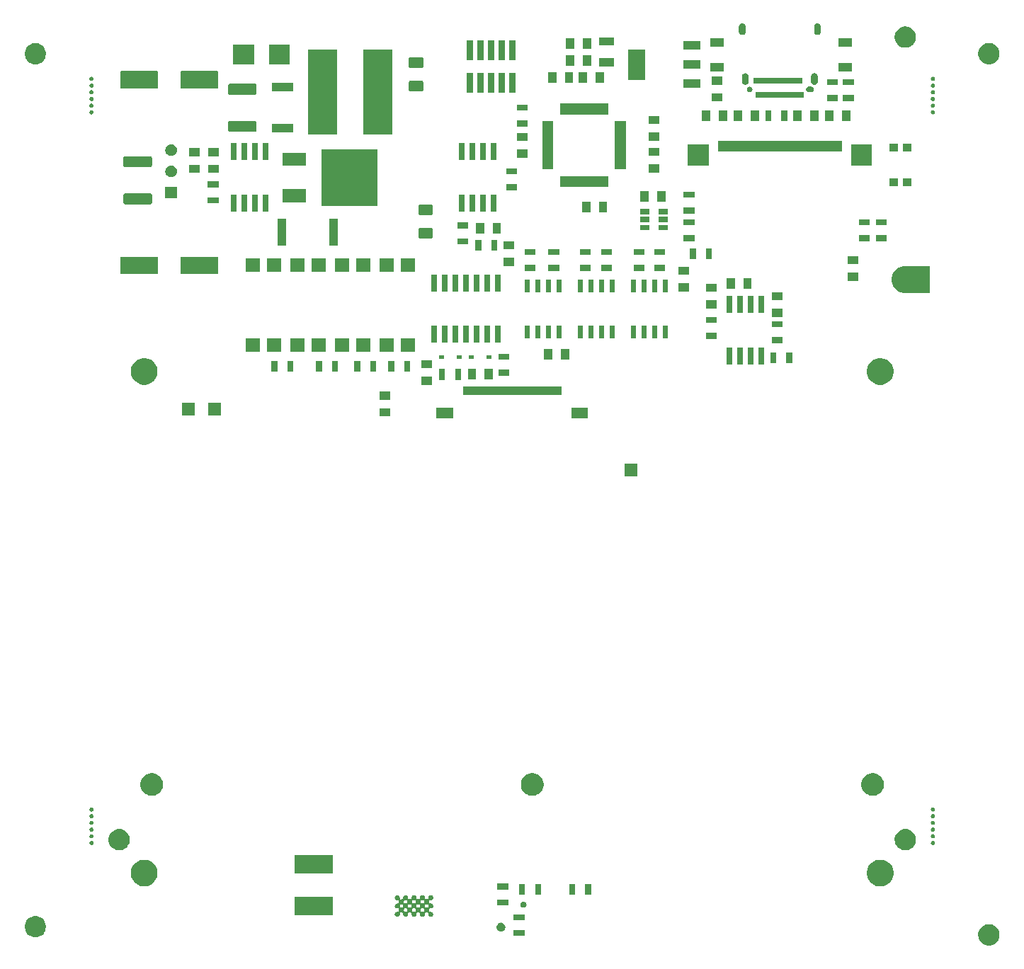
<source format=gbr>
G04 #@! TF.GenerationSoftware,KiCad,Pcbnew,5.0.2-bee76a0~70~ubuntu18.04.1*
G04 #@! TF.CreationDate,2020-04-30T09:20:18+02:00*
G04 #@! TF.ProjectId,OpenDropV4,4f70656e-4472-46f7-9056-342e6b696361,rev?*
G04 #@! TF.SameCoordinates,Original*
G04 #@! TF.FileFunction,Soldermask,Bot*
G04 #@! TF.FilePolarity,Negative*
%FSLAX46Y46*%
G04 Gerber Fmt 4.6, Leading zero omitted, Abs format (unit mm)*
G04 Created by KiCad (PCBNEW 5.0.2-bee76a0~70~ubuntu18.04.1) date Do 30 Apr 2020 09:20:18 CEST*
%MOMM*%
%LPD*%
G01*
G04 APERTURE LIST*
%ADD10C,0.100000*%
G04 APERTURE END LIST*
D10*
G36*
X157247764Y-140154402D02*
X157370445Y-140178805D01*
X157601571Y-140274541D01*
X157809581Y-140413529D01*
X157986471Y-140590419D01*
X157986473Y-140590422D01*
X158125459Y-140798429D01*
X158221195Y-141029555D01*
X158221195Y-141029557D01*
X158270000Y-141274914D01*
X158270000Y-141525086D01*
X158245597Y-141647765D01*
X158221195Y-141770445D01*
X158125459Y-142001571D01*
X157986471Y-142209581D01*
X157809581Y-142386471D01*
X157809578Y-142386473D01*
X157601571Y-142525459D01*
X157370445Y-142621195D01*
X157247765Y-142645597D01*
X157125086Y-142670000D01*
X156874914Y-142670000D01*
X156752235Y-142645597D01*
X156629555Y-142621195D01*
X156398429Y-142525459D01*
X156190422Y-142386473D01*
X156190419Y-142386471D01*
X156013529Y-142209581D01*
X155874541Y-142001571D01*
X155778805Y-141770445D01*
X155754402Y-141647764D01*
X155730000Y-141525086D01*
X155730000Y-141274914D01*
X155778805Y-141029557D01*
X155778805Y-141029555D01*
X155874541Y-140798429D01*
X156013527Y-140590422D01*
X156013529Y-140590419D01*
X156190419Y-140413529D01*
X156398429Y-140274541D01*
X156629555Y-140178805D01*
X156752236Y-140154402D01*
X156874914Y-140130000D01*
X157125086Y-140130000D01*
X157247764Y-140154402D01*
X157247764Y-140154402D01*
G37*
G36*
X43247765Y-139154403D02*
X43370445Y-139178805D01*
X43601571Y-139274541D01*
X43809581Y-139413529D01*
X43986471Y-139590419D01*
X43986473Y-139590422D01*
X44125459Y-139798429D01*
X44221195Y-140029555D01*
X44221195Y-140029557D01*
X44269926Y-140274541D01*
X44270000Y-140274916D01*
X44270000Y-140525084D01*
X44221195Y-140770445D01*
X44181161Y-140867095D01*
X44125459Y-141001571D01*
X43986471Y-141209581D01*
X43809581Y-141386471D01*
X43809578Y-141386473D01*
X43601571Y-141525459D01*
X43370445Y-141621195D01*
X43247765Y-141645597D01*
X43125086Y-141670000D01*
X42874914Y-141670000D01*
X42752235Y-141645597D01*
X42629555Y-141621195D01*
X42398429Y-141525459D01*
X42190422Y-141386473D01*
X42190419Y-141386471D01*
X42013529Y-141209581D01*
X41874541Y-141001571D01*
X41818839Y-140867095D01*
X41778805Y-140770445D01*
X41730000Y-140525084D01*
X41730000Y-140274916D01*
X41730075Y-140274541D01*
X41778805Y-140029557D01*
X41778805Y-140029555D01*
X41874541Y-139798429D01*
X42013527Y-139590422D01*
X42013529Y-139590419D01*
X42190419Y-139413529D01*
X42398429Y-139274541D01*
X42629555Y-139178805D01*
X42752235Y-139154403D01*
X42874914Y-139130000D01*
X43125086Y-139130000D01*
X43247765Y-139154403D01*
X43247765Y-139154403D01*
G37*
G36*
X101462600Y-141533400D02*
X100162600Y-141533400D01*
X100162600Y-140833400D01*
X101462600Y-140833400D01*
X101462600Y-141533400D01*
X101462600Y-141533400D01*
G37*
G36*
X98809431Y-139954478D02*
X98809433Y-139954479D01*
X98809434Y-139954479D01*
X98904978Y-139994054D01*
X98990579Y-140051251D01*
X98990968Y-140051511D01*
X99064089Y-140124632D01*
X99064091Y-140124635D01*
X99121546Y-140210622D01*
X99148176Y-140274914D01*
X99161122Y-140306169D01*
X99181297Y-140407594D01*
X99181297Y-140511012D01*
X99165502Y-140590419D01*
X99161121Y-140612440D01*
X99121546Y-140707984D01*
X99064349Y-140793585D01*
X99064089Y-140793974D01*
X98990968Y-140867095D01*
X98990965Y-140867097D01*
X98904978Y-140924552D01*
X98809434Y-140964127D01*
X98809433Y-140964127D01*
X98809431Y-140964128D01*
X98708006Y-140984303D01*
X98604588Y-140984303D01*
X98503163Y-140964128D01*
X98503161Y-140964127D01*
X98503160Y-140964127D01*
X98407616Y-140924552D01*
X98321629Y-140867097D01*
X98321626Y-140867095D01*
X98248505Y-140793974D01*
X98248245Y-140793585D01*
X98191048Y-140707984D01*
X98151473Y-140612440D01*
X98147093Y-140590419D01*
X98131297Y-140511012D01*
X98131297Y-140407594D01*
X98151472Y-140306169D01*
X98164418Y-140274914D01*
X98191048Y-140210622D01*
X98248503Y-140124635D01*
X98248505Y-140124632D01*
X98321626Y-140051511D01*
X98322015Y-140051251D01*
X98407616Y-139994054D01*
X98503160Y-139954479D01*
X98503161Y-139954479D01*
X98503163Y-139954478D01*
X98604588Y-139934303D01*
X98708006Y-139934303D01*
X98809431Y-139954478D01*
X98809431Y-139954478D01*
G37*
G36*
X101462600Y-139633400D02*
X100162600Y-139633400D01*
X100162600Y-138933400D01*
X101462600Y-138933400D01*
X101462600Y-139633400D01*
X101462600Y-139633400D01*
G37*
G36*
X86352507Y-136650528D02*
X86407103Y-136673143D01*
X86456239Y-136705974D01*
X86498026Y-136747761D01*
X86530857Y-136796897D01*
X86553472Y-136851493D01*
X86565000Y-136909453D01*
X86565000Y-136968549D01*
X86559173Y-136997843D01*
X86556771Y-137022229D01*
X86559173Y-137046615D01*
X86566286Y-137070064D01*
X86577837Y-137091675D01*
X86593383Y-137110617D01*
X86612325Y-137126163D01*
X86633936Y-137137714D01*
X86657385Y-137144827D01*
X86681771Y-137147229D01*
X86706156Y-137144827D01*
X86714137Y-137143240D01*
X86735451Y-137139000D01*
X86794549Y-137139000D01*
X86815863Y-137143240D01*
X86823844Y-137144827D01*
X86848229Y-137147229D01*
X86872615Y-137144827D01*
X86896064Y-137137714D01*
X86917675Y-137126163D01*
X86936617Y-137110617D01*
X86952163Y-137091675D01*
X86963714Y-137070064D01*
X86970827Y-137046615D01*
X86973229Y-137022229D01*
X86970827Y-136997843D01*
X86965000Y-136968549D01*
X86965000Y-136909453D01*
X86976528Y-136851493D01*
X86999143Y-136796897D01*
X87031974Y-136747761D01*
X87073761Y-136705974D01*
X87122897Y-136673143D01*
X87177493Y-136650528D01*
X87235453Y-136639000D01*
X87294547Y-136639000D01*
X87352507Y-136650528D01*
X87407103Y-136673143D01*
X87456239Y-136705974D01*
X87498026Y-136747761D01*
X87530857Y-136796897D01*
X87553472Y-136851493D01*
X87565000Y-136909453D01*
X87565000Y-136968549D01*
X87559173Y-136997843D01*
X87556771Y-137022229D01*
X87559173Y-137046615D01*
X87566286Y-137070064D01*
X87577837Y-137091675D01*
X87593383Y-137110617D01*
X87612325Y-137126163D01*
X87633936Y-137137714D01*
X87657385Y-137144827D01*
X87681771Y-137147229D01*
X87706156Y-137144827D01*
X87714137Y-137143240D01*
X87735451Y-137139000D01*
X87794549Y-137139000D01*
X87815863Y-137143240D01*
X87823844Y-137144827D01*
X87848229Y-137147229D01*
X87872615Y-137144827D01*
X87896064Y-137137714D01*
X87917675Y-137126163D01*
X87936617Y-137110617D01*
X87952163Y-137091675D01*
X87963714Y-137070064D01*
X87970827Y-137046615D01*
X87973229Y-137022229D01*
X87970827Y-136997843D01*
X87965000Y-136968549D01*
X87965000Y-136909453D01*
X87976528Y-136851493D01*
X87999143Y-136796897D01*
X88031974Y-136747761D01*
X88073761Y-136705974D01*
X88122897Y-136673143D01*
X88177493Y-136650528D01*
X88235453Y-136639000D01*
X88294547Y-136639000D01*
X88352507Y-136650528D01*
X88407103Y-136673143D01*
X88456239Y-136705974D01*
X88498026Y-136747761D01*
X88530857Y-136796897D01*
X88553472Y-136851493D01*
X88565000Y-136909453D01*
X88565000Y-136968549D01*
X88559173Y-136997843D01*
X88556771Y-137022229D01*
X88559173Y-137046615D01*
X88566286Y-137070064D01*
X88577837Y-137091675D01*
X88593383Y-137110617D01*
X88612325Y-137126163D01*
X88633936Y-137137714D01*
X88657385Y-137144827D01*
X88681771Y-137147229D01*
X88706156Y-137144827D01*
X88714137Y-137143240D01*
X88735451Y-137139000D01*
X88794549Y-137139000D01*
X88815863Y-137143240D01*
X88823844Y-137144827D01*
X88848229Y-137147229D01*
X88872615Y-137144827D01*
X88896064Y-137137714D01*
X88917675Y-137126163D01*
X88936617Y-137110617D01*
X88952163Y-137091675D01*
X88963714Y-137070064D01*
X88970827Y-137046615D01*
X88973229Y-137022229D01*
X88970827Y-136997843D01*
X88965000Y-136968549D01*
X88965000Y-136909453D01*
X88976528Y-136851493D01*
X88999143Y-136796897D01*
X89031974Y-136747761D01*
X89073761Y-136705974D01*
X89122897Y-136673143D01*
X89177493Y-136650528D01*
X89235453Y-136639000D01*
X89294547Y-136639000D01*
X89352507Y-136650528D01*
X89407103Y-136673143D01*
X89456239Y-136705974D01*
X89498026Y-136747761D01*
X89530857Y-136796897D01*
X89553472Y-136851493D01*
X89565000Y-136909453D01*
X89565000Y-136968549D01*
X89559173Y-136997843D01*
X89556771Y-137022229D01*
X89559173Y-137046615D01*
X89566286Y-137070064D01*
X89577837Y-137091675D01*
X89593383Y-137110617D01*
X89612325Y-137126163D01*
X89633936Y-137137714D01*
X89657385Y-137144827D01*
X89681771Y-137147229D01*
X89706156Y-137144827D01*
X89714137Y-137143240D01*
X89735451Y-137139000D01*
X89794549Y-137139000D01*
X89815863Y-137143240D01*
X89823844Y-137144827D01*
X89848229Y-137147229D01*
X89872615Y-137144827D01*
X89896064Y-137137714D01*
X89917675Y-137126163D01*
X89936617Y-137110617D01*
X89952163Y-137091675D01*
X89963714Y-137070064D01*
X89970827Y-137046615D01*
X89973229Y-137022229D01*
X89970827Y-136997843D01*
X89965000Y-136968549D01*
X89965000Y-136909453D01*
X89976528Y-136851493D01*
X89999143Y-136796897D01*
X90031974Y-136747761D01*
X90073761Y-136705974D01*
X90122897Y-136673143D01*
X90177493Y-136650528D01*
X90235453Y-136639000D01*
X90294547Y-136639000D01*
X90352507Y-136650528D01*
X90407103Y-136673143D01*
X90456239Y-136705974D01*
X90498026Y-136747761D01*
X90530857Y-136796897D01*
X90553472Y-136851493D01*
X90565000Y-136909453D01*
X90565000Y-136968547D01*
X90553472Y-137026507D01*
X90530857Y-137081103D01*
X90498026Y-137130239D01*
X90456239Y-137172026D01*
X90407103Y-137204857D01*
X90352507Y-137227472D01*
X90294547Y-137239000D01*
X90235451Y-137239000D01*
X90214137Y-137234760D01*
X90206156Y-137233173D01*
X90181771Y-137230771D01*
X90157385Y-137233173D01*
X90133936Y-137240286D01*
X90112325Y-137251837D01*
X90093383Y-137267383D01*
X90077837Y-137286325D01*
X90066286Y-137307936D01*
X90059173Y-137331385D01*
X90056771Y-137355771D01*
X90059173Y-137380157D01*
X90065000Y-137409451D01*
X90065000Y-137468549D01*
X90059173Y-137497843D01*
X90056771Y-137522229D01*
X90059173Y-137546615D01*
X90066286Y-137570064D01*
X90077837Y-137591675D01*
X90093383Y-137610617D01*
X90112325Y-137626163D01*
X90133936Y-137637714D01*
X90157385Y-137644827D01*
X90181771Y-137647229D01*
X90206156Y-137644827D01*
X90214137Y-137643240D01*
X90235451Y-137639000D01*
X90294547Y-137639000D01*
X90352507Y-137650528D01*
X90407103Y-137673143D01*
X90456239Y-137705974D01*
X90498026Y-137747761D01*
X90530857Y-137796897D01*
X90553472Y-137851493D01*
X90565000Y-137909453D01*
X90565000Y-137968547D01*
X90553472Y-138026507D01*
X90530857Y-138081103D01*
X90498026Y-138130239D01*
X90456239Y-138172026D01*
X90407103Y-138204857D01*
X90352507Y-138227472D01*
X90294547Y-138239000D01*
X90235451Y-138239000D01*
X90214137Y-138234760D01*
X90206156Y-138233173D01*
X90181771Y-138230771D01*
X90157385Y-138233173D01*
X90133936Y-138240286D01*
X90112325Y-138251837D01*
X90093383Y-138267383D01*
X90077837Y-138286325D01*
X90066286Y-138307936D01*
X90059173Y-138331385D01*
X90056771Y-138355771D01*
X90059173Y-138380157D01*
X90065000Y-138409451D01*
X90065000Y-138468549D01*
X90059173Y-138497843D01*
X90056771Y-138522229D01*
X90059173Y-138546615D01*
X90066286Y-138570064D01*
X90077837Y-138591675D01*
X90093383Y-138610617D01*
X90112325Y-138626163D01*
X90133936Y-138637714D01*
X90157385Y-138644827D01*
X90181771Y-138647229D01*
X90206156Y-138644827D01*
X90214137Y-138643240D01*
X90235451Y-138639000D01*
X90294547Y-138639000D01*
X90352507Y-138650528D01*
X90407103Y-138673143D01*
X90456239Y-138705974D01*
X90498026Y-138747761D01*
X90530857Y-138796897D01*
X90553472Y-138851493D01*
X90565000Y-138909453D01*
X90565000Y-138968547D01*
X90553472Y-139026507D01*
X90530857Y-139081103D01*
X90498026Y-139130239D01*
X90456239Y-139172026D01*
X90407103Y-139204857D01*
X90352507Y-139227472D01*
X90294547Y-139239000D01*
X90235453Y-139239000D01*
X90177493Y-139227472D01*
X90122897Y-139204857D01*
X90073761Y-139172026D01*
X90031974Y-139130239D01*
X89999143Y-139081103D01*
X89976528Y-139026507D01*
X89965000Y-138968547D01*
X89965000Y-138909453D01*
X89970827Y-138880156D01*
X89973229Y-138855771D01*
X89970827Y-138831385D01*
X89963714Y-138807936D01*
X89952163Y-138786325D01*
X89936617Y-138767383D01*
X89917675Y-138751837D01*
X89896064Y-138740286D01*
X89872615Y-138733173D01*
X89848229Y-138730771D01*
X89823844Y-138733173D01*
X89815863Y-138734760D01*
X89794549Y-138739000D01*
X89735451Y-138739000D01*
X89714137Y-138734760D01*
X89706156Y-138733173D01*
X89681771Y-138730771D01*
X89657385Y-138733173D01*
X89633936Y-138740286D01*
X89612325Y-138751837D01*
X89593383Y-138767383D01*
X89577837Y-138786325D01*
X89566286Y-138807936D01*
X89559173Y-138831385D01*
X89556771Y-138855771D01*
X89559173Y-138880156D01*
X89565000Y-138909453D01*
X89565000Y-138968547D01*
X89553472Y-139026507D01*
X89530857Y-139081103D01*
X89498026Y-139130239D01*
X89456239Y-139172026D01*
X89407103Y-139204857D01*
X89352507Y-139227472D01*
X89294547Y-139239000D01*
X89235453Y-139239000D01*
X89177493Y-139227472D01*
X89122897Y-139204857D01*
X89073761Y-139172026D01*
X89031974Y-139130239D01*
X88999143Y-139081103D01*
X88976528Y-139026507D01*
X88965000Y-138968547D01*
X88965000Y-138909453D01*
X88970827Y-138880156D01*
X88973229Y-138855771D01*
X88970827Y-138831385D01*
X88963714Y-138807936D01*
X88952163Y-138786325D01*
X88936617Y-138767383D01*
X88917675Y-138751837D01*
X88896064Y-138740286D01*
X88872615Y-138733173D01*
X88848229Y-138730771D01*
X88823844Y-138733173D01*
X88815863Y-138734760D01*
X88794549Y-138739000D01*
X88735451Y-138739000D01*
X88714137Y-138734760D01*
X88706156Y-138733173D01*
X88681771Y-138730771D01*
X88657385Y-138733173D01*
X88633936Y-138740286D01*
X88612325Y-138751837D01*
X88593383Y-138767383D01*
X88577837Y-138786325D01*
X88566286Y-138807936D01*
X88559173Y-138831385D01*
X88556771Y-138855771D01*
X88559173Y-138880156D01*
X88565000Y-138909453D01*
X88565000Y-138968547D01*
X88553472Y-139026507D01*
X88530857Y-139081103D01*
X88498026Y-139130239D01*
X88456239Y-139172026D01*
X88407103Y-139204857D01*
X88352507Y-139227472D01*
X88294547Y-139239000D01*
X88235453Y-139239000D01*
X88177493Y-139227472D01*
X88122897Y-139204857D01*
X88073761Y-139172026D01*
X88031974Y-139130239D01*
X87999143Y-139081103D01*
X87976528Y-139026507D01*
X87965000Y-138968547D01*
X87965000Y-138909453D01*
X87970827Y-138880156D01*
X87973229Y-138855771D01*
X87970827Y-138831385D01*
X87963714Y-138807936D01*
X87952163Y-138786325D01*
X87936617Y-138767383D01*
X87917675Y-138751837D01*
X87896064Y-138740286D01*
X87872615Y-138733173D01*
X87848229Y-138730771D01*
X87823844Y-138733173D01*
X87815863Y-138734760D01*
X87794549Y-138739000D01*
X87735451Y-138739000D01*
X87714137Y-138734760D01*
X87706156Y-138733173D01*
X87681771Y-138730771D01*
X87657385Y-138733173D01*
X87633936Y-138740286D01*
X87612325Y-138751837D01*
X87593383Y-138767383D01*
X87577837Y-138786325D01*
X87566286Y-138807936D01*
X87559173Y-138831385D01*
X87556771Y-138855771D01*
X87559173Y-138880156D01*
X87565000Y-138909453D01*
X87565000Y-138968547D01*
X87553472Y-139026507D01*
X87530857Y-139081103D01*
X87498026Y-139130239D01*
X87456239Y-139172026D01*
X87407103Y-139204857D01*
X87352507Y-139227472D01*
X87294547Y-139239000D01*
X87235453Y-139239000D01*
X87177493Y-139227472D01*
X87122897Y-139204857D01*
X87073761Y-139172026D01*
X87031974Y-139130239D01*
X86999143Y-139081103D01*
X86976528Y-139026507D01*
X86965000Y-138968547D01*
X86965000Y-138909453D01*
X86970827Y-138880156D01*
X86973229Y-138855771D01*
X86970827Y-138831385D01*
X86963714Y-138807936D01*
X86952163Y-138786325D01*
X86936617Y-138767383D01*
X86917675Y-138751837D01*
X86896064Y-138740286D01*
X86872615Y-138733173D01*
X86848229Y-138730771D01*
X86823844Y-138733173D01*
X86815863Y-138734760D01*
X86794549Y-138739000D01*
X86735451Y-138739000D01*
X86714137Y-138734760D01*
X86706156Y-138733173D01*
X86681771Y-138730771D01*
X86657385Y-138733173D01*
X86633936Y-138740286D01*
X86612325Y-138751837D01*
X86593383Y-138767383D01*
X86577837Y-138786325D01*
X86566286Y-138807936D01*
X86559173Y-138831385D01*
X86556771Y-138855771D01*
X86559173Y-138880156D01*
X86565000Y-138909453D01*
X86565000Y-138968547D01*
X86553472Y-139026507D01*
X86530857Y-139081103D01*
X86498026Y-139130239D01*
X86456239Y-139172026D01*
X86407103Y-139204857D01*
X86352507Y-139227472D01*
X86294547Y-139239000D01*
X86235453Y-139239000D01*
X86177493Y-139227472D01*
X86122897Y-139204857D01*
X86073761Y-139172026D01*
X86031974Y-139130239D01*
X85999143Y-139081103D01*
X85976528Y-139026507D01*
X85965000Y-138968547D01*
X85965000Y-138909453D01*
X85976528Y-138851493D01*
X85999143Y-138796897D01*
X86031974Y-138747761D01*
X86073761Y-138705974D01*
X86122897Y-138673143D01*
X86177493Y-138650528D01*
X86235453Y-138639000D01*
X86294549Y-138639000D01*
X86315863Y-138643240D01*
X86323844Y-138644827D01*
X86348229Y-138647229D01*
X86372615Y-138644827D01*
X86396064Y-138637714D01*
X86417675Y-138626163D01*
X86436617Y-138610617D01*
X86452163Y-138591675D01*
X86463714Y-138570064D01*
X86470827Y-138546615D01*
X86473229Y-138522229D01*
X86470827Y-138497843D01*
X86465000Y-138468549D01*
X86465000Y-138409451D01*
X86470827Y-138380157D01*
X86473229Y-138355771D01*
X87056771Y-138355771D01*
X87059173Y-138380157D01*
X87065000Y-138409451D01*
X87065000Y-138468549D01*
X87059173Y-138497843D01*
X87056771Y-138522229D01*
X87059173Y-138546615D01*
X87066286Y-138570064D01*
X87077837Y-138591675D01*
X87093383Y-138610617D01*
X87112325Y-138626163D01*
X87133936Y-138637714D01*
X87157385Y-138644827D01*
X87181771Y-138647229D01*
X87206156Y-138644827D01*
X87214137Y-138643240D01*
X87235451Y-138639000D01*
X87294549Y-138639000D01*
X87315863Y-138643240D01*
X87323844Y-138644827D01*
X87348229Y-138647229D01*
X87372615Y-138644827D01*
X87396064Y-138637714D01*
X87417675Y-138626163D01*
X87436617Y-138610617D01*
X87452163Y-138591675D01*
X87463714Y-138570064D01*
X87470827Y-138546615D01*
X87473229Y-138522229D01*
X87470827Y-138497843D01*
X87465000Y-138468549D01*
X87465000Y-138409451D01*
X87470827Y-138380157D01*
X87473229Y-138355771D01*
X88056771Y-138355771D01*
X88059173Y-138380157D01*
X88065000Y-138409451D01*
X88065000Y-138468549D01*
X88059173Y-138497843D01*
X88056771Y-138522229D01*
X88059173Y-138546615D01*
X88066286Y-138570064D01*
X88077837Y-138591675D01*
X88093383Y-138610617D01*
X88112325Y-138626163D01*
X88133936Y-138637714D01*
X88157385Y-138644827D01*
X88181771Y-138647229D01*
X88206156Y-138644827D01*
X88214137Y-138643240D01*
X88235451Y-138639000D01*
X88294549Y-138639000D01*
X88315863Y-138643240D01*
X88323844Y-138644827D01*
X88348229Y-138647229D01*
X88372615Y-138644827D01*
X88396064Y-138637714D01*
X88417675Y-138626163D01*
X88436617Y-138610617D01*
X88452163Y-138591675D01*
X88463714Y-138570064D01*
X88470827Y-138546615D01*
X88473229Y-138522229D01*
X88470827Y-138497843D01*
X88465000Y-138468549D01*
X88465000Y-138409451D01*
X88470827Y-138380157D01*
X88473229Y-138355771D01*
X89056771Y-138355771D01*
X89059173Y-138380157D01*
X89065000Y-138409451D01*
X89065000Y-138468549D01*
X89059173Y-138497843D01*
X89056771Y-138522229D01*
X89059173Y-138546615D01*
X89066286Y-138570064D01*
X89077837Y-138591675D01*
X89093383Y-138610617D01*
X89112325Y-138626163D01*
X89133936Y-138637714D01*
X89157385Y-138644827D01*
X89181771Y-138647229D01*
X89206156Y-138644827D01*
X89214137Y-138643240D01*
X89235451Y-138639000D01*
X89294549Y-138639000D01*
X89315863Y-138643240D01*
X89323844Y-138644827D01*
X89348229Y-138647229D01*
X89372615Y-138644827D01*
X89396064Y-138637714D01*
X89417675Y-138626163D01*
X89436617Y-138610617D01*
X89452163Y-138591675D01*
X89463714Y-138570064D01*
X89470827Y-138546615D01*
X89473229Y-138522229D01*
X89470827Y-138497843D01*
X89465000Y-138468549D01*
X89465000Y-138409451D01*
X89470827Y-138380157D01*
X89473229Y-138355771D01*
X89470827Y-138331385D01*
X89463714Y-138307936D01*
X89452163Y-138286325D01*
X89436617Y-138267383D01*
X89417675Y-138251837D01*
X89396064Y-138240286D01*
X89372615Y-138233173D01*
X89348229Y-138230771D01*
X89323844Y-138233173D01*
X89315863Y-138234760D01*
X89294549Y-138239000D01*
X89235451Y-138239000D01*
X89214137Y-138234760D01*
X89206156Y-138233173D01*
X89181771Y-138230771D01*
X89157385Y-138233173D01*
X89133936Y-138240286D01*
X89112325Y-138251837D01*
X89093383Y-138267383D01*
X89077837Y-138286325D01*
X89066286Y-138307936D01*
X89059173Y-138331385D01*
X89056771Y-138355771D01*
X88473229Y-138355771D01*
X88470827Y-138331385D01*
X88463714Y-138307936D01*
X88452163Y-138286325D01*
X88436617Y-138267383D01*
X88417675Y-138251837D01*
X88396064Y-138240286D01*
X88372615Y-138233173D01*
X88348229Y-138230771D01*
X88323844Y-138233173D01*
X88315863Y-138234760D01*
X88294549Y-138239000D01*
X88235451Y-138239000D01*
X88214137Y-138234760D01*
X88206156Y-138233173D01*
X88181771Y-138230771D01*
X88157385Y-138233173D01*
X88133936Y-138240286D01*
X88112325Y-138251837D01*
X88093383Y-138267383D01*
X88077837Y-138286325D01*
X88066286Y-138307936D01*
X88059173Y-138331385D01*
X88056771Y-138355771D01*
X87473229Y-138355771D01*
X87470827Y-138331385D01*
X87463714Y-138307936D01*
X87452163Y-138286325D01*
X87436617Y-138267383D01*
X87417675Y-138251837D01*
X87396064Y-138240286D01*
X87372615Y-138233173D01*
X87348229Y-138230771D01*
X87323844Y-138233173D01*
X87315863Y-138234760D01*
X87294549Y-138239000D01*
X87235451Y-138239000D01*
X87214137Y-138234760D01*
X87206156Y-138233173D01*
X87181771Y-138230771D01*
X87157385Y-138233173D01*
X87133936Y-138240286D01*
X87112325Y-138251837D01*
X87093383Y-138267383D01*
X87077837Y-138286325D01*
X87066286Y-138307936D01*
X87059173Y-138331385D01*
X87056771Y-138355771D01*
X86473229Y-138355771D01*
X86470827Y-138331385D01*
X86463714Y-138307936D01*
X86452163Y-138286325D01*
X86436617Y-138267383D01*
X86417675Y-138251837D01*
X86396064Y-138240286D01*
X86372615Y-138233173D01*
X86348229Y-138230771D01*
X86323844Y-138233173D01*
X86315863Y-138234760D01*
X86294549Y-138239000D01*
X86235453Y-138239000D01*
X86177493Y-138227472D01*
X86122897Y-138204857D01*
X86073761Y-138172026D01*
X86031974Y-138130239D01*
X85999143Y-138081103D01*
X85976528Y-138026507D01*
X85965000Y-137968547D01*
X85965000Y-137909453D01*
X85975677Y-137855771D01*
X86556771Y-137855771D01*
X86559173Y-137880157D01*
X86565000Y-137909451D01*
X86565000Y-137968549D01*
X86559173Y-137997843D01*
X86556771Y-138022229D01*
X86559173Y-138046615D01*
X86566286Y-138070064D01*
X86577837Y-138091675D01*
X86593383Y-138110617D01*
X86612325Y-138126163D01*
X86633936Y-138137714D01*
X86657385Y-138144827D01*
X86681771Y-138147229D01*
X86706156Y-138144827D01*
X86714137Y-138143240D01*
X86735451Y-138139000D01*
X86794549Y-138139000D01*
X86815863Y-138143240D01*
X86823844Y-138144827D01*
X86848229Y-138147229D01*
X86872615Y-138144827D01*
X86896064Y-138137714D01*
X86917675Y-138126163D01*
X86936617Y-138110617D01*
X86952163Y-138091675D01*
X86963714Y-138070064D01*
X86970827Y-138046615D01*
X86973229Y-138022229D01*
X86970827Y-137997843D01*
X86965000Y-137968549D01*
X86965000Y-137909451D01*
X86970827Y-137880157D01*
X86973229Y-137855771D01*
X87556771Y-137855771D01*
X87559173Y-137880157D01*
X87565000Y-137909451D01*
X87565000Y-137968549D01*
X87559173Y-137997843D01*
X87556771Y-138022229D01*
X87559173Y-138046615D01*
X87566286Y-138070064D01*
X87577837Y-138091675D01*
X87593383Y-138110617D01*
X87612325Y-138126163D01*
X87633936Y-138137714D01*
X87657385Y-138144827D01*
X87681771Y-138147229D01*
X87706156Y-138144827D01*
X87714137Y-138143240D01*
X87735451Y-138139000D01*
X87794549Y-138139000D01*
X87815863Y-138143240D01*
X87823844Y-138144827D01*
X87848229Y-138147229D01*
X87872615Y-138144827D01*
X87896064Y-138137714D01*
X87917675Y-138126163D01*
X87936617Y-138110617D01*
X87952163Y-138091675D01*
X87963714Y-138070064D01*
X87970827Y-138046615D01*
X87973229Y-138022229D01*
X87970827Y-137997843D01*
X87965000Y-137968549D01*
X87965000Y-137909451D01*
X87970827Y-137880157D01*
X87973229Y-137855771D01*
X88556771Y-137855771D01*
X88559173Y-137880157D01*
X88565000Y-137909451D01*
X88565000Y-137968549D01*
X88559173Y-137997843D01*
X88556771Y-138022229D01*
X88559173Y-138046615D01*
X88566286Y-138070064D01*
X88577837Y-138091675D01*
X88593383Y-138110617D01*
X88612325Y-138126163D01*
X88633936Y-138137714D01*
X88657385Y-138144827D01*
X88681771Y-138147229D01*
X88706156Y-138144827D01*
X88714137Y-138143240D01*
X88735451Y-138139000D01*
X88794549Y-138139000D01*
X88815863Y-138143240D01*
X88823844Y-138144827D01*
X88848229Y-138147229D01*
X88872615Y-138144827D01*
X88896064Y-138137714D01*
X88917675Y-138126163D01*
X88936617Y-138110617D01*
X88952163Y-138091675D01*
X88963714Y-138070064D01*
X88970827Y-138046615D01*
X88973229Y-138022229D01*
X88970827Y-137997843D01*
X88965000Y-137968549D01*
X88965000Y-137909451D01*
X88970827Y-137880157D01*
X88973229Y-137855771D01*
X89556771Y-137855771D01*
X89559173Y-137880157D01*
X89565000Y-137909451D01*
X89565000Y-137968549D01*
X89559173Y-137997843D01*
X89556771Y-138022229D01*
X89559173Y-138046615D01*
X89566286Y-138070064D01*
X89577837Y-138091675D01*
X89593383Y-138110617D01*
X89612325Y-138126163D01*
X89633936Y-138137714D01*
X89657385Y-138144827D01*
X89681771Y-138147229D01*
X89706156Y-138144827D01*
X89714137Y-138143240D01*
X89735451Y-138139000D01*
X89794549Y-138139000D01*
X89815863Y-138143240D01*
X89823844Y-138144827D01*
X89848229Y-138147229D01*
X89872615Y-138144827D01*
X89896064Y-138137714D01*
X89917675Y-138126163D01*
X89936617Y-138110617D01*
X89952163Y-138091675D01*
X89963714Y-138070064D01*
X89970827Y-138046615D01*
X89973229Y-138022229D01*
X89970827Y-137997843D01*
X89965000Y-137968549D01*
X89965000Y-137909451D01*
X89970827Y-137880157D01*
X89973229Y-137855771D01*
X89970827Y-137831385D01*
X89963714Y-137807936D01*
X89952163Y-137786325D01*
X89936617Y-137767383D01*
X89917675Y-137751837D01*
X89896064Y-137740286D01*
X89872615Y-137733173D01*
X89848229Y-137730771D01*
X89823844Y-137733173D01*
X89815863Y-137734760D01*
X89794549Y-137739000D01*
X89735451Y-137739000D01*
X89714137Y-137734760D01*
X89706156Y-137733173D01*
X89681771Y-137730771D01*
X89657385Y-137733173D01*
X89633936Y-137740286D01*
X89612325Y-137751837D01*
X89593383Y-137767383D01*
X89577837Y-137786325D01*
X89566286Y-137807936D01*
X89559173Y-137831385D01*
X89556771Y-137855771D01*
X88973229Y-137855771D01*
X88970827Y-137831385D01*
X88963714Y-137807936D01*
X88952163Y-137786325D01*
X88936617Y-137767383D01*
X88917675Y-137751837D01*
X88896064Y-137740286D01*
X88872615Y-137733173D01*
X88848229Y-137730771D01*
X88823844Y-137733173D01*
X88815863Y-137734760D01*
X88794549Y-137739000D01*
X88735451Y-137739000D01*
X88714137Y-137734760D01*
X88706156Y-137733173D01*
X88681771Y-137730771D01*
X88657385Y-137733173D01*
X88633936Y-137740286D01*
X88612325Y-137751837D01*
X88593383Y-137767383D01*
X88577837Y-137786325D01*
X88566286Y-137807936D01*
X88559173Y-137831385D01*
X88556771Y-137855771D01*
X87973229Y-137855771D01*
X87970827Y-137831385D01*
X87963714Y-137807936D01*
X87952163Y-137786325D01*
X87936617Y-137767383D01*
X87917675Y-137751837D01*
X87896064Y-137740286D01*
X87872615Y-137733173D01*
X87848229Y-137730771D01*
X87823844Y-137733173D01*
X87815863Y-137734760D01*
X87794549Y-137739000D01*
X87735451Y-137739000D01*
X87714137Y-137734760D01*
X87706156Y-137733173D01*
X87681771Y-137730771D01*
X87657385Y-137733173D01*
X87633936Y-137740286D01*
X87612325Y-137751837D01*
X87593383Y-137767383D01*
X87577837Y-137786325D01*
X87566286Y-137807936D01*
X87559173Y-137831385D01*
X87556771Y-137855771D01*
X86973229Y-137855771D01*
X86970827Y-137831385D01*
X86963714Y-137807936D01*
X86952163Y-137786325D01*
X86936617Y-137767383D01*
X86917675Y-137751837D01*
X86896064Y-137740286D01*
X86872615Y-137733173D01*
X86848229Y-137730771D01*
X86823844Y-137733173D01*
X86815863Y-137734760D01*
X86794549Y-137739000D01*
X86735451Y-137739000D01*
X86714137Y-137734760D01*
X86706156Y-137733173D01*
X86681771Y-137730771D01*
X86657385Y-137733173D01*
X86633936Y-137740286D01*
X86612325Y-137751837D01*
X86593383Y-137767383D01*
X86577837Y-137786325D01*
X86566286Y-137807936D01*
X86559173Y-137831385D01*
X86556771Y-137855771D01*
X85975677Y-137855771D01*
X85976528Y-137851493D01*
X85999143Y-137796897D01*
X86031974Y-137747761D01*
X86073761Y-137705974D01*
X86122897Y-137673143D01*
X86177493Y-137650528D01*
X86235453Y-137639000D01*
X86294549Y-137639000D01*
X86315863Y-137643240D01*
X86323844Y-137644827D01*
X86348229Y-137647229D01*
X86372615Y-137644827D01*
X86396064Y-137637714D01*
X86417675Y-137626163D01*
X86436617Y-137610617D01*
X86452163Y-137591675D01*
X86463714Y-137570064D01*
X86470827Y-137546615D01*
X86473229Y-137522229D01*
X86470827Y-137497843D01*
X86465000Y-137468549D01*
X86465000Y-137409451D01*
X86470827Y-137380157D01*
X86473229Y-137355771D01*
X87056771Y-137355771D01*
X87059173Y-137380157D01*
X87065000Y-137409451D01*
X87065000Y-137468549D01*
X87059173Y-137497843D01*
X87056771Y-137522229D01*
X87059173Y-137546615D01*
X87066286Y-137570064D01*
X87077837Y-137591675D01*
X87093383Y-137610617D01*
X87112325Y-137626163D01*
X87133936Y-137637714D01*
X87157385Y-137644827D01*
X87181771Y-137647229D01*
X87206156Y-137644827D01*
X87214137Y-137643240D01*
X87235451Y-137639000D01*
X87294549Y-137639000D01*
X87315863Y-137643240D01*
X87323844Y-137644827D01*
X87348229Y-137647229D01*
X87372615Y-137644827D01*
X87396064Y-137637714D01*
X87417675Y-137626163D01*
X87436617Y-137610617D01*
X87452163Y-137591675D01*
X87463714Y-137570064D01*
X87470827Y-137546615D01*
X87473229Y-137522229D01*
X87470827Y-137497843D01*
X87465000Y-137468549D01*
X87465000Y-137409451D01*
X87470827Y-137380157D01*
X87473229Y-137355771D01*
X88056771Y-137355771D01*
X88059173Y-137380157D01*
X88065000Y-137409451D01*
X88065000Y-137468549D01*
X88059173Y-137497843D01*
X88056771Y-137522229D01*
X88059173Y-137546615D01*
X88066286Y-137570064D01*
X88077837Y-137591675D01*
X88093383Y-137610617D01*
X88112325Y-137626163D01*
X88133936Y-137637714D01*
X88157385Y-137644827D01*
X88181771Y-137647229D01*
X88206156Y-137644827D01*
X88214137Y-137643240D01*
X88235451Y-137639000D01*
X88294549Y-137639000D01*
X88315863Y-137643240D01*
X88323844Y-137644827D01*
X88348229Y-137647229D01*
X88372615Y-137644827D01*
X88396064Y-137637714D01*
X88417675Y-137626163D01*
X88436617Y-137610617D01*
X88452163Y-137591675D01*
X88463714Y-137570064D01*
X88470827Y-137546615D01*
X88473229Y-137522229D01*
X88470827Y-137497843D01*
X88465000Y-137468549D01*
X88465000Y-137409451D01*
X88470827Y-137380157D01*
X88473229Y-137355771D01*
X89056771Y-137355771D01*
X89059173Y-137380157D01*
X89065000Y-137409451D01*
X89065000Y-137468549D01*
X89059173Y-137497843D01*
X89056771Y-137522229D01*
X89059173Y-137546615D01*
X89066286Y-137570064D01*
X89077837Y-137591675D01*
X89093383Y-137610617D01*
X89112325Y-137626163D01*
X89133936Y-137637714D01*
X89157385Y-137644827D01*
X89181771Y-137647229D01*
X89206156Y-137644827D01*
X89214137Y-137643240D01*
X89235451Y-137639000D01*
X89294549Y-137639000D01*
X89315863Y-137643240D01*
X89323844Y-137644827D01*
X89348229Y-137647229D01*
X89372615Y-137644827D01*
X89396064Y-137637714D01*
X89417675Y-137626163D01*
X89436617Y-137610617D01*
X89452163Y-137591675D01*
X89463714Y-137570064D01*
X89470827Y-137546615D01*
X89473229Y-137522229D01*
X89470827Y-137497843D01*
X89465000Y-137468549D01*
X89465000Y-137409451D01*
X89470827Y-137380157D01*
X89473229Y-137355771D01*
X89470827Y-137331385D01*
X89463714Y-137307936D01*
X89452163Y-137286325D01*
X89436617Y-137267383D01*
X89417675Y-137251837D01*
X89396064Y-137240286D01*
X89372615Y-137233173D01*
X89348229Y-137230771D01*
X89323844Y-137233173D01*
X89315863Y-137234760D01*
X89294549Y-137239000D01*
X89235451Y-137239000D01*
X89214137Y-137234760D01*
X89206156Y-137233173D01*
X89181771Y-137230771D01*
X89157385Y-137233173D01*
X89133936Y-137240286D01*
X89112325Y-137251837D01*
X89093383Y-137267383D01*
X89077837Y-137286325D01*
X89066286Y-137307936D01*
X89059173Y-137331385D01*
X89056771Y-137355771D01*
X88473229Y-137355771D01*
X88470827Y-137331385D01*
X88463714Y-137307936D01*
X88452163Y-137286325D01*
X88436617Y-137267383D01*
X88417675Y-137251837D01*
X88396064Y-137240286D01*
X88372615Y-137233173D01*
X88348229Y-137230771D01*
X88323844Y-137233173D01*
X88315863Y-137234760D01*
X88294549Y-137239000D01*
X88235451Y-137239000D01*
X88214137Y-137234760D01*
X88206156Y-137233173D01*
X88181771Y-137230771D01*
X88157385Y-137233173D01*
X88133936Y-137240286D01*
X88112325Y-137251837D01*
X88093383Y-137267383D01*
X88077837Y-137286325D01*
X88066286Y-137307936D01*
X88059173Y-137331385D01*
X88056771Y-137355771D01*
X87473229Y-137355771D01*
X87470827Y-137331385D01*
X87463714Y-137307936D01*
X87452163Y-137286325D01*
X87436617Y-137267383D01*
X87417675Y-137251837D01*
X87396064Y-137240286D01*
X87372615Y-137233173D01*
X87348229Y-137230771D01*
X87323844Y-137233173D01*
X87315863Y-137234760D01*
X87294549Y-137239000D01*
X87235451Y-137239000D01*
X87214137Y-137234760D01*
X87206156Y-137233173D01*
X87181771Y-137230771D01*
X87157385Y-137233173D01*
X87133936Y-137240286D01*
X87112325Y-137251837D01*
X87093383Y-137267383D01*
X87077837Y-137286325D01*
X87066286Y-137307936D01*
X87059173Y-137331385D01*
X87056771Y-137355771D01*
X86473229Y-137355771D01*
X86470827Y-137331385D01*
X86463714Y-137307936D01*
X86452163Y-137286325D01*
X86436617Y-137267383D01*
X86417675Y-137251837D01*
X86396064Y-137240286D01*
X86372615Y-137233173D01*
X86348229Y-137230771D01*
X86323844Y-137233173D01*
X86315863Y-137234760D01*
X86294549Y-137239000D01*
X86235453Y-137239000D01*
X86177493Y-137227472D01*
X86122897Y-137204857D01*
X86073761Y-137172026D01*
X86031974Y-137130239D01*
X85999143Y-137081103D01*
X85976528Y-137026507D01*
X85965000Y-136968547D01*
X85965000Y-136909453D01*
X85976528Y-136851493D01*
X85999143Y-136796897D01*
X86031974Y-136747761D01*
X86073761Y-136705974D01*
X86122897Y-136673143D01*
X86177493Y-136650528D01*
X86235453Y-136639000D01*
X86294547Y-136639000D01*
X86352507Y-136650528D01*
X86352507Y-136650528D01*
G37*
G36*
X78515000Y-139039000D02*
X74015000Y-139039000D01*
X74015000Y-136839000D01*
X78515000Y-136839000D01*
X78515000Y-139039000D01*
X78515000Y-139039000D01*
G37*
G36*
X101452687Y-137411708D02*
X101520932Y-137439976D01*
X101582352Y-137481016D01*
X101634584Y-137533248D01*
X101675624Y-137594668D01*
X101703892Y-137662913D01*
X101718303Y-137735362D01*
X101718303Y-137809232D01*
X101703892Y-137881681D01*
X101675624Y-137949926D01*
X101634584Y-138011346D01*
X101582352Y-138063578D01*
X101520932Y-138104618D01*
X101452687Y-138132886D01*
X101380238Y-138147297D01*
X101306368Y-138147297D01*
X101233919Y-138132886D01*
X101165674Y-138104618D01*
X101104254Y-138063578D01*
X101052022Y-138011346D01*
X101010982Y-137949926D01*
X100982714Y-137881681D01*
X100968303Y-137809232D01*
X100968303Y-137735362D01*
X100982714Y-137662913D01*
X101010982Y-137594668D01*
X101052022Y-137533248D01*
X101104254Y-137481016D01*
X101165674Y-137439976D01*
X101233919Y-137411708D01*
X101306368Y-137397297D01*
X101380238Y-137397297D01*
X101452687Y-137411708D01*
X101452687Y-137411708D01*
G37*
G36*
X99532200Y-137875800D02*
X98232200Y-137875800D01*
X98232200Y-137175800D01*
X99532200Y-137175800D01*
X99532200Y-137875800D01*
X99532200Y-137875800D01*
G37*
G36*
X101533400Y-136616200D02*
X100833400Y-136616200D01*
X100833400Y-135316200D01*
X101533400Y-135316200D01*
X101533400Y-136616200D01*
X101533400Y-136616200D01*
G37*
G36*
X103433400Y-136616200D02*
X102733400Y-136616200D01*
X102733400Y-135316200D01*
X103433400Y-135316200D01*
X103433400Y-136616200D01*
X103433400Y-136616200D01*
G37*
G36*
X107527800Y-136616200D02*
X106827800Y-136616200D01*
X106827800Y-135316200D01*
X107527800Y-135316200D01*
X107527800Y-136616200D01*
X107527800Y-136616200D01*
G37*
G36*
X109427800Y-136616200D02*
X108727800Y-136616200D01*
X108727800Y-135316200D01*
X109427800Y-135316200D01*
X109427800Y-136616200D01*
X109427800Y-136616200D01*
G37*
G36*
X99532200Y-135975800D02*
X98232200Y-135975800D01*
X98232200Y-135275800D01*
X99532200Y-135275800D01*
X99532200Y-135975800D01*
X99532200Y-135975800D01*
G37*
G36*
X56466703Y-132461486D02*
X56757883Y-132582097D01*
X57019944Y-132757201D01*
X57242799Y-132980056D01*
X57417903Y-133242117D01*
X57538514Y-133533297D01*
X57600000Y-133842412D01*
X57600000Y-134157588D01*
X57538514Y-134466703D01*
X57417903Y-134757883D01*
X57242799Y-135019944D01*
X57019944Y-135242799D01*
X56757883Y-135417903D01*
X56466703Y-135538514D01*
X56157588Y-135600000D01*
X55842412Y-135600000D01*
X55533297Y-135538514D01*
X55242117Y-135417903D01*
X54980056Y-135242799D01*
X54757201Y-135019944D01*
X54582097Y-134757883D01*
X54461486Y-134466703D01*
X54400000Y-134157588D01*
X54400000Y-133842412D01*
X54461486Y-133533297D01*
X54582097Y-133242117D01*
X54757201Y-132980056D01*
X54980056Y-132757201D01*
X55242117Y-132582097D01*
X55533297Y-132461486D01*
X55842412Y-132400000D01*
X56157588Y-132400000D01*
X56466703Y-132461486D01*
X56466703Y-132461486D01*
G37*
G36*
X144466703Y-132461486D02*
X144757883Y-132582097D01*
X145019944Y-132757201D01*
X145242799Y-132980056D01*
X145417903Y-133242117D01*
X145538514Y-133533297D01*
X145600000Y-133842412D01*
X145600000Y-134157588D01*
X145538514Y-134466703D01*
X145417903Y-134757883D01*
X145242799Y-135019944D01*
X145019944Y-135242799D01*
X144757883Y-135417903D01*
X144466703Y-135538514D01*
X144157588Y-135600000D01*
X143842412Y-135600000D01*
X143533297Y-135538514D01*
X143242117Y-135417903D01*
X142980056Y-135242799D01*
X142757201Y-135019944D01*
X142582097Y-134757883D01*
X142461486Y-134466703D01*
X142400000Y-134157588D01*
X142400000Y-133842412D01*
X142461486Y-133533297D01*
X142582097Y-133242117D01*
X142757201Y-132980056D01*
X142980056Y-132757201D01*
X143242117Y-132582097D01*
X143533297Y-132461486D01*
X143842412Y-132400000D01*
X144157588Y-132400000D01*
X144466703Y-132461486D01*
X144466703Y-132461486D01*
G37*
G36*
X78515000Y-134039000D02*
X74015000Y-134039000D01*
X74015000Y-131839000D01*
X78515000Y-131839000D01*
X78515000Y-134039000D01*
X78515000Y-134039000D01*
G37*
G36*
X147247765Y-128754403D02*
X147370445Y-128778805D01*
X147597655Y-128872919D01*
X147601571Y-128874541D01*
X147809581Y-129013529D01*
X147986471Y-129190419D01*
X147986473Y-129190422D01*
X148125459Y-129398429D01*
X148221195Y-129629555D01*
X148229821Y-129672922D01*
X148270000Y-129874914D01*
X148270000Y-130125086D01*
X148259384Y-130178454D01*
X148221195Y-130370445D01*
X148178747Y-130472922D01*
X148125459Y-130601571D01*
X147986471Y-130809581D01*
X147809581Y-130986471D01*
X147809578Y-130986473D01*
X147601571Y-131125459D01*
X147370445Y-131221195D01*
X147247764Y-131245598D01*
X147125086Y-131270000D01*
X146874914Y-131270000D01*
X146752236Y-131245598D01*
X146629555Y-131221195D01*
X146398429Y-131125459D01*
X146190422Y-130986473D01*
X146190419Y-130986471D01*
X146013529Y-130809581D01*
X145874541Y-130601571D01*
X145821253Y-130472922D01*
X145778805Y-130370445D01*
X145740616Y-130178454D01*
X145730000Y-130125086D01*
X145730000Y-129874914D01*
X145770179Y-129672922D01*
X145778805Y-129629555D01*
X145874541Y-129398429D01*
X146013527Y-129190422D01*
X146013529Y-129190419D01*
X146190419Y-129013529D01*
X146398429Y-128874541D01*
X146402345Y-128872919D01*
X146629555Y-128778805D01*
X146752235Y-128754403D01*
X146874914Y-128730000D01*
X147125086Y-128730000D01*
X147247765Y-128754403D01*
X147247765Y-128754403D01*
G37*
G36*
X53247765Y-128754403D02*
X53370445Y-128778805D01*
X53597655Y-128872919D01*
X53601571Y-128874541D01*
X53809581Y-129013529D01*
X53986471Y-129190419D01*
X53986473Y-129190422D01*
X54125459Y-129398429D01*
X54221195Y-129629555D01*
X54229821Y-129672922D01*
X54270000Y-129874914D01*
X54270000Y-130125086D01*
X54259384Y-130178454D01*
X54221195Y-130370445D01*
X54178747Y-130472922D01*
X54125459Y-130601571D01*
X53986471Y-130809581D01*
X53809581Y-130986471D01*
X53809578Y-130986473D01*
X53601571Y-131125459D01*
X53370445Y-131221195D01*
X53247764Y-131245598D01*
X53125086Y-131270000D01*
X52874914Y-131270000D01*
X52752236Y-131245598D01*
X52629555Y-131221195D01*
X52398429Y-131125459D01*
X52190422Y-130986473D01*
X52190419Y-130986471D01*
X52013529Y-130809581D01*
X51874541Y-130601571D01*
X51821253Y-130472922D01*
X51778805Y-130370445D01*
X51740616Y-130178454D01*
X51730000Y-130125086D01*
X51730000Y-129874914D01*
X51770179Y-129672922D01*
X51778805Y-129629555D01*
X51874541Y-129398429D01*
X52013527Y-129190422D01*
X52013529Y-129190419D01*
X52190419Y-129013529D01*
X52398429Y-128874541D01*
X52402345Y-128872919D01*
X52629555Y-128778805D01*
X52752235Y-128754403D01*
X52874914Y-128730000D01*
X53125086Y-128730000D01*
X53247765Y-128754403D01*
X53247765Y-128754403D01*
G37*
G36*
X49736698Y-130152402D02*
X49772922Y-130159607D01*
X49818420Y-130178453D01*
X49859366Y-130205812D01*
X49894188Y-130240634D01*
X49921547Y-130281580D01*
X49940393Y-130327078D01*
X49950000Y-130375377D01*
X49950000Y-130424623D01*
X49940393Y-130472922D01*
X49921547Y-130518420D01*
X49894188Y-130559366D01*
X49859366Y-130594188D01*
X49818420Y-130621547D01*
X49772922Y-130640393D01*
X49736698Y-130647598D01*
X49724624Y-130650000D01*
X49675376Y-130650000D01*
X49663302Y-130647598D01*
X49627078Y-130640393D01*
X49581580Y-130621547D01*
X49540634Y-130594188D01*
X49505812Y-130559366D01*
X49478453Y-130518420D01*
X49459607Y-130472922D01*
X49450000Y-130424623D01*
X49450000Y-130375377D01*
X49459607Y-130327078D01*
X49478453Y-130281580D01*
X49505812Y-130240634D01*
X49540634Y-130205812D01*
X49581580Y-130178453D01*
X49627078Y-130159607D01*
X49663302Y-130152402D01*
X49675376Y-130150000D01*
X49724624Y-130150000D01*
X49736698Y-130152402D01*
X49736698Y-130152402D01*
G37*
G36*
X150336698Y-130152402D02*
X150372922Y-130159607D01*
X150418420Y-130178453D01*
X150459366Y-130205812D01*
X150494188Y-130240634D01*
X150521547Y-130281580D01*
X150540393Y-130327078D01*
X150550000Y-130375377D01*
X150550000Y-130424623D01*
X150540393Y-130472922D01*
X150521547Y-130518420D01*
X150494188Y-130559366D01*
X150459366Y-130594188D01*
X150418420Y-130621547D01*
X150372922Y-130640393D01*
X150336698Y-130647598D01*
X150324624Y-130650000D01*
X150275376Y-130650000D01*
X150263302Y-130647598D01*
X150227078Y-130640393D01*
X150181580Y-130621547D01*
X150140634Y-130594188D01*
X150105812Y-130559366D01*
X150078453Y-130518420D01*
X150059607Y-130472922D01*
X150050000Y-130424623D01*
X150050000Y-130375377D01*
X150059607Y-130327078D01*
X150078453Y-130281580D01*
X150105812Y-130240634D01*
X150140634Y-130205812D01*
X150181580Y-130178453D01*
X150227078Y-130159607D01*
X150263302Y-130152402D01*
X150275376Y-130150000D01*
X150324624Y-130150000D01*
X150336698Y-130152402D01*
X150336698Y-130152402D01*
G37*
G36*
X150336698Y-129352402D02*
X150372922Y-129359607D01*
X150418420Y-129378453D01*
X150459366Y-129405812D01*
X150494188Y-129440634D01*
X150521547Y-129481580D01*
X150540393Y-129527078D01*
X150550000Y-129575377D01*
X150550000Y-129624623D01*
X150540393Y-129672922D01*
X150521547Y-129718420D01*
X150494188Y-129759366D01*
X150459366Y-129794188D01*
X150418420Y-129821547D01*
X150372922Y-129840393D01*
X150336698Y-129847598D01*
X150324624Y-129850000D01*
X150275376Y-129850000D01*
X150263302Y-129847598D01*
X150227078Y-129840393D01*
X150181580Y-129821547D01*
X150140634Y-129794188D01*
X150105812Y-129759366D01*
X150078453Y-129718420D01*
X150059607Y-129672922D01*
X150050000Y-129624623D01*
X150050000Y-129575377D01*
X150059607Y-129527078D01*
X150078453Y-129481580D01*
X150105812Y-129440634D01*
X150140634Y-129405812D01*
X150181580Y-129378453D01*
X150227078Y-129359607D01*
X150263302Y-129352402D01*
X150275376Y-129350000D01*
X150324624Y-129350000D01*
X150336698Y-129352402D01*
X150336698Y-129352402D01*
G37*
G36*
X49736698Y-129352402D02*
X49772922Y-129359607D01*
X49818420Y-129378453D01*
X49859366Y-129405812D01*
X49894188Y-129440634D01*
X49921547Y-129481580D01*
X49940393Y-129527078D01*
X49950000Y-129575377D01*
X49950000Y-129624623D01*
X49940393Y-129672922D01*
X49921547Y-129718420D01*
X49894188Y-129759366D01*
X49859366Y-129794188D01*
X49818420Y-129821547D01*
X49772922Y-129840393D01*
X49736698Y-129847598D01*
X49724624Y-129850000D01*
X49675376Y-129850000D01*
X49663302Y-129847598D01*
X49627078Y-129840393D01*
X49581580Y-129821547D01*
X49540634Y-129794188D01*
X49505812Y-129759366D01*
X49478453Y-129718420D01*
X49459607Y-129672922D01*
X49450000Y-129624623D01*
X49450000Y-129575377D01*
X49459607Y-129527078D01*
X49478453Y-129481580D01*
X49505812Y-129440634D01*
X49540634Y-129405812D01*
X49581580Y-129378453D01*
X49627078Y-129359607D01*
X49663302Y-129352402D01*
X49675376Y-129350000D01*
X49724624Y-129350000D01*
X49736698Y-129352402D01*
X49736698Y-129352402D01*
G37*
G36*
X49736698Y-128552402D02*
X49772922Y-128559607D01*
X49818420Y-128578453D01*
X49859366Y-128605812D01*
X49894188Y-128640634D01*
X49921547Y-128681580D01*
X49940393Y-128727078D01*
X49950000Y-128775377D01*
X49950000Y-128824623D01*
X49940393Y-128872922D01*
X49921547Y-128918420D01*
X49894188Y-128959366D01*
X49859366Y-128994188D01*
X49818420Y-129021547D01*
X49772922Y-129040393D01*
X49736698Y-129047598D01*
X49724624Y-129050000D01*
X49675376Y-129050000D01*
X49663302Y-129047598D01*
X49627078Y-129040393D01*
X49581580Y-129021547D01*
X49540634Y-128994188D01*
X49505812Y-128959366D01*
X49478453Y-128918420D01*
X49459607Y-128872922D01*
X49450000Y-128824623D01*
X49450000Y-128775377D01*
X49459607Y-128727078D01*
X49478453Y-128681580D01*
X49505812Y-128640634D01*
X49540634Y-128605812D01*
X49581580Y-128578453D01*
X49627078Y-128559607D01*
X49663302Y-128552402D01*
X49675376Y-128550000D01*
X49724624Y-128550000D01*
X49736698Y-128552402D01*
X49736698Y-128552402D01*
G37*
G36*
X150336698Y-128552402D02*
X150372922Y-128559607D01*
X150418420Y-128578453D01*
X150459366Y-128605812D01*
X150494188Y-128640634D01*
X150521547Y-128681580D01*
X150540393Y-128727078D01*
X150550000Y-128775377D01*
X150550000Y-128824623D01*
X150540393Y-128872922D01*
X150521547Y-128918420D01*
X150494188Y-128959366D01*
X150459366Y-128994188D01*
X150418420Y-129021547D01*
X150372922Y-129040393D01*
X150336698Y-129047598D01*
X150324624Y-129050000D01*
X150275376Y-129050000D01*
X150263302Y-129047598D01*
X150227078Y-129040393D01*
X150181580Y-129021547D01*
X150140634Y-128994188D01*
X150105812Y-128959366D01*
X150078453Y-128918420D01*
X150059607Y-128872922D01*
X150050000Y-128824623D01*
X150050000Y-128775377D01*
X150059607Y-128727078D01*
X150078453Y-128681580D01*
X150105812Y-128640634D01*
X150140634Y-128605812D01*
X150181580Y-128578453D01*
X150227078Y-128559607D01*
X150263302Y-128552402D01*
X150275376Y-128550000D01*
X150324624Y-128550000D01*
X150336698Y-128552402D01*
X150336698Y-128552402D01*
G37*
G36*
X150336698Y-127752402D02*
X150372922Y-127759607D01*
X150418420Y-127778453D01*
X150459366Y-127805812D01*
X150494188Y-127840634D01*
X150521547Y-127881580D01*
X150540393Y-127927078D01*
X150550000Y-127975377D01*
X150550000Y-128024623D01*
X150540393Y-128072922D01*
X150521547Y-128118420D01*
X150494188Y-128159366D01*
X150459366Y-128194188D01*
X150418420Y-128221547D01*
X150372922Y-128240393D01*
X150336698Y-128247598D01*
X150324624Y-128250000D01*
X150275376Y-128250000D01*
X150263302Y-128247598D01*
X150227078Y-128240393D01*
X150181580Y-128221547D01*
X150140634Y-128194188D01*
X150105812Y-128159366D01*
X150078453Y-128118420D01*
X150059607Y-128072922D01*
X150050000Y-128024623D01*
X150050000Y-127975377D01*
X150059607Y-127927078D01*
X150078453Y-127881580D01*
X150105812Y-127840634D01*
X150140634Y-127805812D01*
X150181580Y-127778453D01*
X150227078Y-127759607D01*
X150263302Y-127752402D01*
X150275376Y-127750000D01*
X150324624Y-127750000D01*
X150336698Y-127752402D01*
X150336698Y-127752402D01*
G37*
G36*
X49736698Y-127752402D02*
X49772922Y-127759607D01*
X49818420Y-127778453D01*
X49859366Y-127805812D01*
X49894188Y-127840634D01*
X49921547Y-127881580D01*
X49940393Y-127927078D01*
X49950000Y-127975377D01*
X49950000Y-128024623D01*
X49940393Y-128072922D01*
X49921547Y-128118420D01*
X49894188Y-128159366D01*
X49859366Y-128194188D01*
X49818420Y-128221547D01*
X49772922Y-128240393D01*
X49736698Y-128247598D01*
X49724624Y-128250000D01*
X49675376Y-128250000D01*
X49663302Y-128247598D01*
X49627078Y-128240393D01*
X49581580Y-128221547D01*
X49540634Y-128194188D01*
X49505812Y-128159366D01*
X49478453Y-128118420D01*
X49459607Y-128072922D01*
X49450000Y-128024623D01*
X49450000Y-127975377D01*
X49459607Y-127927078D01*
X49478453Y-127881580D01*
X49505812Y-127840634D01*
X49540634Y-127805812D01*
X49581580Y-127778453D01*
X49627078Y-127759607D01*
X49663302Y-127752402D01*
X49675376Y-127750000D01*
X49724624Y-127750000D01*
X49736698Y-127752402D01*
X49736698Y-127752402D01*
G37*
G36*
X49736698Y-126952402D02*
X49772922Y-126959607D01*
X49818420Y-126978453D01*
X49859366Y-127005812D01*
X49894188Y-127040634D01*
X49921547Y-127081580D01*
X49940393Y-127127078D01*
X49950000Y-127175377D01*
X49950000Y-127224623D01*
X49940393Y-127272922D01*
X49921547Y-127318420D01*
X49894188Y-127359366D01*
X49859366Y-127394188D01*
X49818420Y-127421547D01*
X49772922Y-127440393D01*
X49736698Y-127447598D01*
X49724624Y-127450000D01*
X49675376Y-127450000D01*
X49663302Y-127447598D01*
X49627078Y-127440393D01*
X49581580Y-127421547D01*
X49540634Y-127394188D01*
X49505812Y-127359366D01*
X49478453Y-127318420D01*
X49459607Y-127272922D01*
X49450000Y-127224623D01*
X49450000Y-127175377D01*
X49459607Y-127127078D01*
X49478453Y-127081580D01*
X49505812Y-127040634D01*
X49540634Y-127005812D01*
X49581580Y-126978453D01*
X49627078Y-126959607D01*
X49663302Y-126952402D01*
X49675376Y-126950000D01*
X49724624Y-126950000D01*
X49736698Y-126952402D01*
X49736698Y-126952402D01*
G37*
G36*
X150336698Y-126952402D02*
X150372922Y-126959607D01*
X150418420Y-126978453D01*
X150459366Y-127005812D01*
X150494188Y-127040634D01*
X150521547Y-127081580D01*
X150540393Y-127127078D01*
X150550000Y-127175377D01*
X150550000Y-127224623D01*
X150540393Y-127272922D01*
X150521547Y-127318420D01*
X150494188Y-127359366D01*
X150459366Y-127394188D01*
X150418420Y-127421547D01*
X150372922Y-127440393D01*
X150336698Y-127447598D01*
X150324624Y-127450000D01*
X150275376Y-127450000D01*
X150263302Y-127447598D01*
X150227078Y-127440393D01*
X150181580Y-127421547D01*
X150140634Y-127394188D01*
X150105812Y-127359366D01*
X150078453Y-127318420D01*
X150059607Y-127272922D01*
X150050000Y-127224623D01*
X150050000Y-127175377D01*
X150059607Y-127127078D01*
X150078453Y-127081580D01*
X150105812Y-127040634D01*
X150140634Y-127005812D01*
X150181580Y-126978453D01*
X150227078Y-126959607D01*
X150263302Y-126952402D01*
X150275376Y-126950000D01*
X150324624Y-126950000D01*
X150336698Y-126952402D01*
X150336698Y-126952402D01*
G37*
G36*
X49736698Y-126152402D02*
X49772922Y-126159607D01*
X49818420Y-126178453D01*
X49859366Y-126205812D01*
X49894188Y-126240634D01*
X49921547Y-126281580D01*
X49940393Y-126327078D01*
X49950000Y-126375377D01*
X49950000Y-126424623D01*
X49940393Y-126472922D01*
X49921547Y-126518420D01*
X49894188Y-126559366D01*
X49859366Y-126594188D01*
X49818420Y-126621547D01*
X49772922Y-126640393D01*
X49736698Y-126647598D01*
X49724624Y-126650000D01*
X49675376Y-126650000D01*
X49663302Y-126647598D01*
X49627078Y-126640393D01*
X49581580Y-126621547D01*
X49540634Y-126594188D01*
X49505812Y-126559366D01*
X49478453Y-126518420D01*
X49459607Y-126472922D01*
X49450000Y-126424623D01*
X49450000Y-126375377D01*
X49459607Y-126327078D01*
X49478453Y-126281580D01*
X49505812Y-126240634D01*
X49540634Y-126205812D01*
X49581580Y-126178453D01*
X49627078Y-126159607D01*
X49663302Y-126152402D01*
X49675376Y-126150000D01*
X49724624Y-126150000D01*
X49736698Y-126152402D01*
X49736698Y-126152402D01*
G37*
G36*
X150336698Y-126152402D02*
X150372922Y-126159607D01*
X150418420Y-126178453D01*
X150459366Y-126205812D01*
X150494188Y-126240634D01*
X150521547Y-126281580D01*
X150540393Y-126327078D01*
X150550000Y-126375377D01*
X150550000Y-126424623D01*
X150540393Y-126472922D01*
X150521547Y-126518420D01*
X150494188Y-126559366D01*
X150459366Y-126594188D01*
X150418420Y-126621547D01*
X150372922Y-126640393D01*
X150336698Y-126647598D01*
X150324624Y-126650000D01*
X150275376Y-126650000D01*
X150263302Y-126647598D01*
X150227078Y-126640393D01*
X150181580Y-126621547D01*
X150140634Y-126594188D01*
X150105812Y-126559366D01*
X150078453Y-126518420D01*
X150059607Y-126472922D01*
X150050000Y-126424623D01*
X150050000Y-126375377D01*
X150059607Y-126327078D01*
X150078453Y-126281580D01*
X150105812Y-126240634D01*
X150140634Y-126205812D01*
X150181580Y-126178453D01*
X150227078Y-126159607D01*
X150263302Y-126152402D01*
X150275376Y-126150000D01*
X150324624Y-126150000D01*
X150336698Y-126152402D01*
X150336698Y-126152402D01*
G37*
G36*
X143493778Y-122101879D02*
X143739466Y-122203646D01*
X143960578Y-122351389D01*
X144148611Y-122539422D01*
X144296354Y-122760534D01*
X144398121Y-123006222D01*
X144450000Y-123267035D01*
X144450000Y-123532965D01*
X144398121Y-123793778D01*
X144296354Y-124039466D01*
X144148611Y-124260578D01*
X143960578Y-124448611D01*
X143739466Y-124596354D01*
X143493778Y-124698121D01*
X143232965Y-124750000D01*
X142967035Y-124750000D01*
X142706222Y-124698121D01*
X142460534Y-124596354D01*
X142239422Y-124448611D01*
X142051389Y-124260578D01*
X141903646Y-124039466D01*
X141801879Y-123793778D01*
X141750000Y-123532965D01*
X141750000Y-123267035D01*
X141801879Y-123006222D01*
X141903646Y-122760534D01*
X142051389Y-122539422D01*
X142239422Y-122351389D01*
X142460534Y-122203646D01*
X142706222Y-122101879D01*
X142967035Y-122050000D01*
X143232965Y-122050000D01*
X143493778Y-122101879D01*
X143493778Y-122101879D01*
G37*
G36*
X102793778Y-122101879D02*
X103039466Y-122203646D01*
X103260578Y-122351389D01*
X103448611Y-122539422D01*
X103596354Y-122760534D01*
X103698121Y-123006222D01*
X103750000Y-123267035D01*
X103750000Y-123532965D01*
X103698121Y-123793778D01*
X103596354Y-124039466D01*
X103448611Y-124260578D01*
X103260578Y-124448611D01*
X103039466Y-124596354D01*
X102793778Y-124698121D01*
X102532965Y-124750000D01*
X102267035Y-124750000D01*
X102006222Y-124698121D01*
X101760534Y-124596354D01*
X101539422Y-124448611D01*
X101351389Y-124260578D01*
X101203646Y-124039466D01*
X101101879Y-123793778D01*
X101050000Y-123532965D01*
X101050000Y-123267035D01*
X101101879Y-123006222D01*
X101203646Y-122760534D01*
X101351389Y-122539422D01*
X101539422Y-122351389D01*
X101760534Y-122203646D01*
X102006222Y-122101879D01*
X102267035Y-122050000D01*
X102532965Y-122050000D01*
X102793778Y-122101879D01*
X102793778Y-122101879D01*
G37*
G36*
X57293778Y-122101879D02*
X57539466Y-122203646D01*
X57760578Y-122351389D01*
X57948611Y-122539422D01*
X58096354Y-122760534D01*
X58198121Y-123006222D01*
X58250000Y-123267035D01*
X58250000Y-123532965D01*
X58198121Y-123793778D01*
X58096354Y-124039466D01*
X57948611Y-124260578D01*
X57760578Y-124448611D01*
X57539466Y-124596354D01*
X57293778Y-124698121D01*
X57032965Y-124750000D01*
X56767035Y-124750000D01*
X56506222Y-124698121D01*
X56260534Y-124596354D01*
X56039422Y-124448611D01*
X55851389Y-124260578D01*
X55703646Y-124039466D01*
X55601879Y-123793778D01*
X55550000Y-123532965D01*
X55550000Y-123267035D01*
X55601879Y-123006222D01*
X55703646Y-122760534D01*
X55851389Y-122539422D01*
X56039422Y-122351389D01*
X56260534Y-122203646D01*
X56506222Y-122101879D01*
X56767035Y-122050000D01*
X57032965Y-122050000D01*
X57293778Y-122101879D01*
X57293778Y-122101879D01*
G37*
G36*
X114974570Y-86526570D02*
X113473430Y-86526570D01*
X113473430Y-85025430D01*
X114974570Y-85025430D01*
X114974570Y-86526570D01*
X114974570Y-86526570D01*
G37*
G36*
X92950000Y-79650000D02*
X90950000Y-79650000D01*
X90950000Y-78350000D01*
X92950000Y-78350000D01*
X92950000Y-79650000D01*
X92950000Y-79650000D01*
G37*
G36*
X109050000Y-79650000D02*
X107050000Y-79650000D01*
X107050000Y-78350000D01*
X109050000Y-78350000D01*
X109050000Y-79650000D01*
X109050000Y-79650000D01*
G37*
G36*
X85385000Y-79386000D02*
X84135000Y-79386000D01*
X84135000Y-78386000D01*
X85385000Y-78386000D01*
X85385000Y-79386000D01*
X85385000Y-79386000D01*
G37*
G36*
X65195570Y-79287570D02*
X63694430Y-79287570D01*
X63694430Y-77786430D01*
X65195570Y-77786430D01*
X65195570Y-79287570D01*
X65195570Y-79287570D01*
G37*
G36*
X62015570Y-79287570D02*
X60514430Y-79287570D01*
X60514430Y-77786430D01*
X62015570Y-77786430D01*
X62015570Y-79287570D01*
X62015570Y-79287570D01*
G37*
G36*
X85385000Y-77386000D02*
X84135000Y-77386000D01*
X84135000Y-76386000D01*
X85385000Y-76386000D01*
X85385000Y-77386000D01*
X85385000Y-77386000D01*
G37*
G36*
X105900000Y-76800000D02*
X94100000Y-76800000D01*
X94100000Y-75800000D01*
X105900000Y-75800000D01*
X105900000Y-76800000D01*
X105900000Y-76800000D01*
G37*
G36*
X90414000Y-75627000D02*
X89164000Y-75627000D01*
X89164000Y-74627000D01*
X90414000Y-74627000D01*
X90414000Y-75627000D01*
X90414000Y-75627000D01*
G37*
G36*
X56466703Y-72461486D02*
X56757883Y-72582097D01*
X57019944Y-72757201D01*
X57242799Y-72980056D01*
X57417903Y-73242117D01*
X57538514Y-73533297D01*
X57600000Y-73842412D01*
X57600000Y-74157588D01*
X57538514Y-74466703D01*
X57417903Y-74757883D01*
X57242799Y-75019944D01*
X57019944Y-75242799D01*
X56757883Y-75417903D01*
X56466703Y-75538514D01*
X56157588Y-75600000D01*
X55842412Y-75600000D01*
X55533297Y-75538514D01*
X55242117Y-75417903D01*
X54980056Y-75242799D01*
X54757201Y-75019944D01*
X54582097Y-74757883D01*
X54461486Y-74466703D01*
X54400000Y-74157588D01*
X54400000Y-73842412D01*
X54461486Y-73533297D01*
X54582097Y-73242117D01*
X54757201Y-72980056D01*
X54980056Y-72757201D01*
X55242117Y-72582097D01*
X55533297Y-72461486D01*
X55842412Y-72400000D01*
X56157588Y-72400000D01*
X56466703Y-72461486D01*
X56466703Y-72461486D01*
G37*
G36*
X144466703Y-72461486D02*
X144757883Y-72582097D01*
X145019944Y-72757201D01*
X145242799Y-72980056D01*
X145417903Y-73242117D01*
X145538514Y-73533297D01*
X145600000Y-73842412D01*
X145600000Y-74157588D01*
X145538514Y-74466703D01*
X145417903Y-74757883D01*
X145242799Y-75019944D01*
X145019944Y-75242799D01*
X144757883Y-75417903D01*
X144466703Y-75538514D01*
X144157588Y-75600000D01*
X143842412Y-75600000D01*
X143533297Y-75538514D01*
X143242117Y-75417903D01*
X142980056Y-75242799D01*
X142757201Y-75019944D01*
X142582097Y-74757883D01*
X142461486Y-74466703D01*
X142400000Y-74157588D01*
X142400000Y-73842412D01*
X142461486Y-73533297D01*
X142582097Y-73242117D01*
X142757201Y-72980056D01*
X142980056Y-72757201D01*
X143242117Y-72582097D01*
X143533297Y-72461486D01*
X143842412Y-72400000D01*
X144157588Y-72400000D01*
X144466703Y-72461486D01*
X144466703Y-72461486D01*
G37*
G36*
X91968000Y-74996000D02*
X91268000Y-74996000D01*
X91268000Y-73696000D01*
X91968000Y-73696000D01*
X91968000Y-74996000D01*
X91968000Y-74996000D01*
G37*
G36*
X93868000Y-74996000D02*
X93168000Y-74996000D01*
X93168000Y-73696000D01*
X93868000Y-73696000D01*
X93868000Y-74996000D01*
X93868000Y-74996000D01*
G37*
G36*
X95690000Y-74971000D02*
X94690000Y-74971000D01*
X94690000Y-73721000D01*
X95690000Y-73721000D01*
X95690000Y-74971000D01*
X95690000Y-74971000D01*
G37*
G36*
X97690000Y-74971000D02*
X96690000Y-74971000D01*
X96690000Y-73721000D01*
X97690000Y-73721000D01*
X97690000Y-74971000D01*
X97690000Y-74971000D01*
G37*
G36*
X99634000Y-74503000D02*
X98334000Y-74503000D01*
X98334000Y-73803000D01*
X99634000Y-73803000D01*
X99634000Y-74503000D01*
X99634000Y-74503000D01*
G37*
G36*
X71917000Y-74015000D02*
X71217000Y-74015000D01*
X71217000Y-72715000D01*
X71917000Y-72715000D01*
X71917000Y-74015000D01*
X71917000Y-74015000D01*
G37*
G36*
X77251000Y-74015000D02*
X76551000Y-74015000D01*
X76551000Y-72715000D01*
X77251000Y-72715000D01*
X77251000Y-74015000D01*
X77251000Y-74015000D01*
G37*
G36*
X79151000Y-74015000D02*
X78451000Y-74015000D01*
X78451000Y-72715000D01*
X79151000Y-72715000D01*
X79151000Y-74015000D01*
X79151000Y-74015000D01*
G37*
G36*
X81823000Y-74015000D02*
X81123000Y-74015000D01*
X81123000Y-72715000D01*
X81823000Y-72715000D01*
X81823000Y-74015000D01*
X81823000Y-74015000D01*
G37*
G36*
X83723000Y-74015000D02*
X83023000Y-74015000D01*
X83023000Y-72715000D01*
X83723000Y-72715000D01*
X83723000Y-74015000D01*
X83723000Y-74015000D01*
G37*
G36*
X85887000Y-74015000D02*
X85187000Y-74015000D01*
X85187000Y-72715000D01*
X85887000Y-72715000D01*
X85887000Y-74015000D01*
X85887000Y-74015000D01*
G37*
G36*
X87787000Y-74015000D02*
X87087000Y-74015000D01*
X87087000Y-72715000D01*
X87787000Y-72715000D01*
X87787000Y-74015000D01*
X87787000Y-74015000D01*
G37*
G36*
X73817000Y-74015000D02*
X73117000Y-74015000D01*
X73117000Y-72715000D01*
X73817000Y-72715000D01*
X73817000Y-74015000D01*
X73817000Y-74015000D01*
G37*
G36*
X90414000Y-73627000D02*
X89164000Y-73627000D01*
X89164000Y-72627000D01*
X90414000Y-72627000D01*
X90414000Y-73627000D01*
X90414000Y-73627000D01*
G37*
G36*
X127553200Y-73150440D02*
X126892800Y-73150440D01*
X126892800Y-71118440D01*
X127553200Y-71118440D01*
X127553200Y-73150440D01*
X127553200Y-73150440D01*
G37*
G36*
X128823200Y-73150440D02*
X128162800Y-73150440D01*
X128162800Y-71118440D01*
X128823200Y-71118440D01*
X128823200Y-73150440D01*
X128823200Y-73150440D01*
G37*
G36*
X126283200Y-73150440D02*
X125622800Y-73150440D01*
X125622800Y-71118440D01*
X126283200Y-71118440D01*
X126283200Y-73150440D01*
X126283200Y-73150440D01*
G37*
G36*
X130093200Y-73150440D02*
X129432800Y-73150440D01*
X129432800Y-71118440D01*
X130093200Y-71118440D01*
X130093200Y-73150440D01*
X130093200Y-73150440D01*
G37*
G36*
X133476000Y-73013040D02*
X132776000Y-73013040D01*
X132776000Y-71713040D01*
X133476000Y-71713040D01*
X133476000Y-73013040D01*
X133476000Y-73013040D01*
G37*
G36*
X131576000Y-73013040D02*
X130876000Y-73013040D01*
X130876000Y-71713040D01*
X131576000Y-71713040D01*
X131576000Y-73013040D01*
X131576000Y-73013040D01*
G37*
G36*
X99634000Y-72603000D02*
X98334000Y-72603000D01*
X98334000Y-71903000D01*
X99634000Y-71903000D01*
X99634000Y-72603000D01*
X99634000Y-72603000D01*
G37*
G36*
X106818000Y-72558000D02*
X105818000Y-72558000D01*
X105818000Y-71308000D01*
X106818000Y-71308000D01*
X106818000Y-72558000D01*
X106818000Y-72558000D01*
G37*
G36*
X104818000Y-72558000D02*
X103818000Y-72558000D01*
X103818000Y-71308000D01*
X104818000Y-71308000D01*
X104818000Y-72558000D01*
X104818000Y-72558000D01*
G37*
G36*
X95389000Y-72539000D02*
X94789000Y-72539000D01*
X94789000Y-72089000D01*
X95389000Y-72089000D01*
X95389000Y-72539000D01*
X95389000Y-72539000D01*
G37*
G36*
X91833000Y-72539000D02*
X91233000Y-72539000D01*
X91233000Y-72089000D01*
X91833000Y-72089000D01*
X91833000Y-72539000D01*
X91833000Y-72539000D01*
G37*
G36*
X93933000Y-72539000D02*
X93333000Y-72539000D01*
X93333000Y-72089000D01*
X93933000Y-72089000D01*
X93933000Y-72539000D01*
X93933000Y-72539000D01*
G37*
G36*
X97489000Y-72539000D02*
X96889000Y-72539000D01*
X96889000Y-72089000D01*
X97489000Y-72089000D01*
X97489000Y-72539000D01*
X97489000Y-72539000D01*
G37*
G36*
X88401000Y-71617000D02*
X86701000Y-71617000D01*
X86701000Y-70017000D01*
X88401000Y-70017000D01*
X88401000Y-71617000D01*
X88401000Y-71617000D01*
G37*
G36*
X75193000Y-71617000D02*
X73493000Y-71617000D01*
X73493000Y-70017000D01*
X75193000Y-70017000D01*
X75193000Y-71617000D01*
X75193000Y-71617000D01*
G37*
G36*
X72399000Y-71617000D02*
X70699000Y-71617000D01*
X70699000Y-70017000D01*
X72399000Y-70017000D01*
X72399000Y-71617000D01*
X72399000Y-71617000D01*
G37*
G36*
X69859000Y-71617000D02*
X68159000Y-71617000D01*
X68159000Y-70017000D01*
X69859000Y-70017000D01*
X69859000Y-71617000D01*
X69859000Y-71617000D01*
G37*
G36*
X80527000Y-71617000D02*
X78827000Y-71617000D01*
X78827000Y-70017000D01*
X80527000Y-70017000D01*
X80527000Y-71617000D01*
X80527000Y-71617000D01*
G37*
G36*
X77733000Y-71617000D02*
X76033000Y-71617000D01*
X76033000Y-70017000D01*
X77733000Y-70017000D01*
X77733000Y-71617000D01*
X77733000Y-71617000D01*
G37*
G36*
X83067000Y-71617000D02*
X81367000Y-71617000D01*
X81367000Y-70017000D01*
X83067000Y-70017000D01*
X83067000Y-71617000D01*
X83067000Y-71617000D01*
G37*
G36*
X85861000Y-71617000D02*
X84161000Y-71617000D01*
X84161000Y-70017000D01*
X85861000Y-70017000D01*
X85861000Y-71617000D01*
X85861000Y-71617000D01*
G37*
G36*
X132318000Y-70615040D02*
X131018000Y-70615040D01*
X131018000Y-69915040D01*
X132318000Y-69915040D01*
X132318000Y-70615040D01*
X132318000Y-70615040D01*
G37*
G36*
X93560200Y-70589400D02*
X92899800Y-70589400D01*
X92899800Y-68557400D01*
X93560200Y-68557400D01*
X93560200Y-70589400D01*
X93560200Y-70589400D01*
G37*
G36*
X92290200Y-70589400D02*
X91629800Y-70589400D01*
X91629800Y-68557400D01*
X92290200Y-68557400D01*
X92290200Y-70589400D01*
X92290200Y-70589400D01*
G37*
G36*
X91020200Y-70589400D02*
X90359800Y-70589400D01*
X90359800Y-68557400D01*
X91020200Y-68557400D01*
X91020200Y-70589400D01*
X91020200Y-70589400D01*
G37*
G36*
X96100200Y-70589400D02*
X95439800Y-70589400D01*
X95439800Y-68557400D01*
X96100200Y-68557400D01*
X96100200Y-70589400D01*
X96100200Y-70589400D01*
G37*
G36*
X94830200Y-70589400D02*
X94169800Y-70589400D01*
X94169800Y-68557400D01*
X94830200Y-68557400D01*
X94830200Y-70589400D01*
X94830200Y-70589400D01*
G37*
G36*
X98640200Y-70589400D02*
X97979800Y-70589400D01*
X97979800Y-68557400D01*
X98640200Y-68557400D01*
X98640200Y-70589400D01*
X98640200Y-70589400D01*
G37*
G36*
X97370200Y-70589400D02*
X96709800Y-70589400D01*
X96709800Y-68557400D01*
X97370200Y-68557400D01*
X97370200Y-70589400D01*
X97370200Y-70589400D01*
G37*
G36*
X124444000Y-70107040D02*
X123144000Y-70107040D01*
X123144000Y-69407040D01*
X124444000Y-69407040D01*
X124444000Y-70107040D01*
X124444000Y-70107040D01*
G37*
G36*
X109700000Y-70004000D02*
X109090000Y-70004000D01*
X109090000Y-68484000D01*
X109700000Y-68484000D01*
X109700000Y-70004000D01*
X109700000Y-70004000D01*
G37*
G36*
X117320000Y-70004000D02*
X116710000Y-70004000D01*
X116710000Y-68484000D01*
X117320000Y-68484000D01*
X117320000Y-70004000D01*
X117320000Y-70004000D01*
G37*
G36*
X108430000Y-70004000D02*
X107820000Y-70004000D01*
X107820000Y-68484000D01*
X108430000Y-68484000D01*
X108430000Y-70004000D01*
X108430000Y-70004000D01*
G37*
G36*
X102080000Y-70004000D02*
X101470000Y-70004000D01*
X101470000Y-68484000D01*
X102080000Y-68484000D01*
X102080000Y-70004000D01*
X102080000Y-70004000D01*
G37*
G36*
X103350000Y-70004000D02*
X102740000Y-70004000D01*
X102740000Y-68484000D01*
X103350000Y-68484000D01*
X103350000Y-70004000D01*
X103350000Y-70004000D01*
G37*
G36*
X104620000Y-70004000D02*
X104010000Y-70004000D01*
X104010000Y-68484000D01*
X104620000Y-68484000D01*
X104620000Y-70004000D01*
X104620000Y-70004000D01*
G37*
G36*
X116050000Y-70004000D02*
X115440000Y-70004000D01*
X115440000Y-68484000D01*
X116050000Y-68484000D01*
X116050000Y-70004000D01*
X116050000Y-70004000D01*
G37*
G36*
X114780000Y-70004000D02*
X114170000Y-70004000D01*
X114170000Y-68484000D01*
X114780000Y-68484000D01*
X114780000Y-70004000D01*
X114780000Y-70004000D01*
G37*
G36*
X105890000Y-70004000D02*
X105280000Y-70004000D01*
X105280000Y-68484000D01*
X105890000Y-68484000D01*
X105890000Y-70004000D01*
X105890000Y-70004000D01*
G37*
G36*
X112240000Y-70004000D02*
X111630000Y-70004000D01*
X111630000Y-68484000D01*
X112240000Y-68484000D01*
X112240000Y-70004000D01*
X112240000Y-70004000D01*
G37*
G36*
X110970000Y-70004000D02*
X110360000Y-70004000D01*
X110360000Y-68484000D01*
X110970000Y-68484000D01*
X110970000Y-70004000D01*
X110970000Y-70004000D01*
G37*
G36*
X118590000Y-70004000D02*
X117980000Y-70004000D01*
X117980000Y-68484000D01*
X118590000Y-68484000D01*
X118590000Y-70004000D01*
X118590000Y-70004000D01*
G37*
G36*
X132318000Y-68715040D02*
X131018000Y-68715040D01*
X131018000Y-68015040D01*
X132318000Y-68015040D01*
X132318000Y-68715040D01*
X132318000Y-68715040D01*
G37*
G36*
X124444000Y-68207040D02*
X123144000Y-68207040D01*
X123144000Y-67507040D01*
X124444000Y-67507040D01*
X124444000Y-68207040D01*
X124444000Y-68207040D01*
G37*
G36*
X132293000Y-67513040D02*
X131043000Y-67513040D01*
X131043000Y-66513040D01*
X132293000Y-66513040D01*
X132293000Y-67513040D01*
X132293000Y-67513040D01*
G37*
G36*
X130093200Y-67003640D02*
X129432800Y-67003640D01*
X129432800Y-64971640D01*
X130093200Y-64971640D01*
X130093200Y-67003640D01*
X130093200Y-67003640D01*
G37*
G36*
X128823200Y-67003640D02*
X128162800Y-67003640D01*
X128162800Y-64971640D01*
X128823200Y-64971640D01*
X128823200Y-67003640D01*
X128823200Y-67003640D01*
G37*
G36*
X127553200Y-67003640D02*
X126892800Y-67003640D01*
X126892800Y-64971640D01*
X127553200Y-64971640D01*
X127553200Y-67003640D01*
X127553200Y-67003640D01*
G37*
G36*
X126283200Y-67003640D02*
X125622800Y-67003640D01*
X125622800Y-64971640D01*
X126283200Y-64971640D01*
X126283200Y-67003640D01*
X126283200Y-67003640D01*
G37*
G36*
X124419000Y-66497040D02*
X123169000Y-66497040D01*
X123169000Y-65497040D01*
X124419000Y-65497040D01*
X124419000Y-66497040D01*
X124419000Y-66497040D01*
G37*
G36*
X132293000Y-65513040D02*
X131043000Y-65513040D01*
X131043000Y-64513040D01*
X132293000Y-64513040D01*
X132293000Y-65513040D01*
X132293000Y-65513040D01*
G37*
G36*
X149963000Y-64600000D02*
X146805412Y-64600000D01*
X146496297Y-64538514D01*
X146205117Y-64417903D01*
X145943056Y-64242799D01*
X145720201Y-64019944D01*
X145545097Y-63757883D01*
X145424486Y-63466703D01*
X145363000Y-63157588D01*
X145363000Y-62842412D01*
X145424486Y-62533297D01*
X145545097Y-62242117D01*
X145720201Y-61980056D01*
X145943056Y-61757201D01*
X146205117Y-61582097D01*
X146496297Y-61461486D01*
X146805412Y-61400000D01*
X149963000Y-61400000D01*
X149963000Y-64600000D01*
X149963000Y-64600000D01*
G37*
G36*
X109700000Y-64539000D02*
X109090000Y-64539000D01*
X109090000Y-63019000D01*
X109700000Y-63019000D01*
X109700000Y-64539000D01*
X109700000Y-64539000D01*
G37*
G36*
X118590000Y-64539000D02*
X117980000Y-64539000D01*
X117980000Y-63019000D01*
X118590000Y-63019000D01*
X118590000Y-64539000D01*
X118590000Y-64539000D01*
G37*
G36*
X110970000Y-64539000D02*
X110360000Y-64539000D01*
X110360000Y-63019000D01*
X110970000Y-63019000D01*
X110970000Y-64539000D01*
X110970000Y-64539000D01*
G37*
G36*
X112240000Y-64539000D02*
X111630000Y-64539000D01*
X111630000Y-63019000D01*
X112240000Y-63019000D01*
X112240000Y-64539000D01*
X112240000Y-64539000D01*
G37*
G36*
X114780000Y-64539000D02*
X114170000Y-64539000D01*
X114170000Y-63019000D01*
X114780000Y-63019000D01*
X114780000Y-64539000D01*
X114780000Y-64539000D01*
G37*
G36*
X116050000Y-64539000D02*
X115440000Y-64539000D01*
X115440000Y-63019000D01*
X116050000Y-63019000D01*
X116050000Y-64539000D01*
X116050000Y-64539000D01*
G37*
G36*
X117320000Y-64539000D02*
X116710000Y-64539000D01*
X116710000Y-63019000D01*
X117320000Y-63019000D01*
X117320000Y-64539000D01*
X117320000Y-64539000D01*
G37*
G36*
X104620000Y-64539000D02*
X104010000Y-64539000D01*
X104010000Y-63019000D01*
X104620000Y-63019000D01*
X104620000Y-64539000D01*
X104620000Y-64539000D01*
G37*
G36*
X105890000Y-64539000D02*
X105280000Y-64539000D01*
X105280000Y-63019000D01*
X105890000Y-63019000D01*
X105890000Y-64539000D01*
X105890000Y-64539000D01*
G37*
G36*
X102080000Y-64539000D02*
X101470000Y-64539000D01*
X101470000Y-63019000D01*
X102080000Y-63019000D01*
X102080000Y-64539000D01*
X102080000Y-64539000D01*
G37*
G36*
X108430000Y-64539000D02*
X107820000Y-64539000D01*
X107820000Y-63019000D01*
X108430000Y-63019000D01*
X108430000Y-64539000D01*
X108430000Y-64539000D01*
G37*
G36*
X103350000Y-64539000D02*
X102740000Y-64539000D01*
X102740000Y-63019000D01*
X103350000Y-63019000D01*
X103350000Y-64539000D01*
X103350000Y-64539000D01*
G37*
G36*
X124419000Y-64497040D02*
X123169000Y-64497040D01*
X123169000Y-63497040D01*
X124419000Y-63497040D01*
X124419000Y-64497040D01*
X124419000Y-64497040D01*
G37*
G36*
X121148000Y-64451000D02*
X119898000Y-64451000D01*
X119898000Y-63451000D01*
X121148000Y-63451000D01*
X121148000Y-64451000D01*
X121148000Y-64451000D01*
G37*
G36*
X96100200Y-64442600D02*
X95439800Y-64442600D01*
X95439800Y-62410600D01*
X96100200Y-62410600D01*
X96100200Y-64442600D01*
X96100200Y-64442600D01*
G37*
G36*
X91020200Y-64442600D02*
X90359800Y-64442600D01*
X90359800Y-62410600D01*
X91020200Y-62410600D01*
X91020200Y-64442600D01*
X91020200Y-64442600D01*
G37*
G36*
X92290200Y-64442600D02*
X91629800Y-64442600D01*
X91629800Y-62410600D01*
X92290200Y-62410600D01*
X92290200Y-64442600D01*
X92290200Y-64442600D01*
G37*
G36*
X94830200Y-64442600D02*
X94169800Y-64442600D01*
X94169800Y-62410600D01*
X94830200Y-62410600D01*
X94830200Y-64442600D01*
X94830200Y-64442600D01*
G37*
G36*
X93560200Y-64442600D02*
X92899800Y-64442600D01*
X92899800Y-62410600D01*
X93560200Y-62410600D01*
X93560200Y-64442600D01*
X93560200Y-64442600D01*
G37*
G36*
X97370200Y-64442600D02*
X96709800Y-64442600D01*
X96709800Y-62410600D01*
X97370200Y-62410600D01*
X97370200Y-64442600D01*
X97370200Y-64442600D01*
G37*
G36*
X98640200Y-64442600D02*
X97979800Y-64442600D01*
X97979800Y-62410600D01*
X98640200Y-62410600D01*
X98640200Y-64442600D01*
X98640200Y-64442600D01*
G37*
G36*
X128627000Y-64084000D02*
X127627000Y-64084000D01*
X127627000Y-62834000D01*
X128627000Y-62834000D01*
X128627000Y-64084000D01*
X128627000Y-64084000D01*
G37*
G36*
X126627000Y-64084000D02*
X125627000Y-64084000D01*
X125627000Y-62834000D01*
X126627000Y-62834000D01*
X126627000Y-64084000D01*
X126627000Y-64084000D01*
G37*
G36*
X141341000Y-63181000D02*
X140091000Y-63181000D01*
X140091000Y-62181000D01*
X141341000Y-62181000D01*
X141341000Y-63181000D01*
X141341000Y-63181000D01*
G37*
G36*
X121148000Y-62451000D02*
X119898000Y-62451000D01*
X119898000Y-61451000D01*
X121148000Y-61451000D01*
X121148000Y-62451000D01*
X121148000Y-62451000D01*
G37*
G36*
X64704309Y-60282067D02*
X64733234Y-60290841D01*
X64759885Y-60305086D01*
X64783244Y-60324256D01*
X64802414Y-60347615D01*
X64816659Y-60374266D01*
X64825433Y-60403191D01*
X64829000Y-60439403D01*
X64829000Y-62217597D01*
X64825433Y-62253809D01*
X64816659Y-62282734D01*
X64802414Y-62309385D01*
X64783244Y-62332744D01*
X64759885Y-62351914D01*
X64733234Y-62366159D01*
X64704309Y-62374933D01*
X64668097Y-62378500D01*
X60489903Y-62378500D01*
X60453691Y-62374933D01*
X60424766Y-62366159D01*
X60398115Y-62351914D01*
X60374756Y-62332744D01*
X60355586Y-62309385D01*
X60341341Y-62282734D01*
X60332567Y-62253809D01*
X60329000Y-62217597D01*
X60329000Y-60439403D01*
X60332567Y-60403191D01*
X60341341Y-60374266D01*
X60355586Y-60347615D01*
X60374756Y-60324256D01*
X60398115Y-60305086D01*
X60424766Y-60290841D01*
X60453691Y-60282067D01*
X60489903Y-60278500D01*
X64668097Y-60278500D01*
X64704309Y-60282067D01*
X64704309Y-60282067D01*
G37*
G36*
X57504309Y-60282067D02*
X57533234Y-60290841D01*
X57559885Y-60305086D01*
X57583244Y-60324256D01*
X57602414Y-60347615D01*
X57616659Y-60374266D01*
X57625433Y-60403191D01*
X57629000Y-60439403D01*
X57629000Y-62217597D01*
X57625433Y-62253809D01*
X57616659Y-62282734D01*
X57602414Y-62309385D01*
X57583244Y-62332744D01*
X57559885Y-62351914D01*
X57533234Y-62366159D01*
X57504309Y-62374933D01*
X57468097Y-62378500D01*
X53289903Y-62378500D01*
X53253691Y-62374933D01*
X53224766Y-62366159D01*
X53198115Y-62351914D01*
X53174756Y-62332744D01*
X53155586Y-62309385D01*
X53141341Y-62282734D01*
X53132567Y-62253809D01*
X53129000Y-62217597D01*
X53129000Y-60439403D01*
X53132567Y-60403191D01*
X53141341Y-60374266D01*
X53155586Y-60347615D01*
X53174756Y-60324256D01*
X53198115Y-60305086D01*
X53224766Y-60290841D01*
X53253691Y-60282067D01*
X53289903Y-60278500D01*
X57468097Y-60278500D01*
X57504309Y-60282067D01*
X57504309Y-60282067D01*
G37*
G36*
X85861000Y-62117000D02*
X84161000Y-62117000D01*
X84161000Y-60517000D01*
X85861000Y-60517000D01*
X85861000Y-62117000D01*
X85861000Y-62117000D01*
G37*
G36*
X88401000Y-62117000D02*
X86701000Y-62117000D01*
X86701000Y-60517000D01*
X88401000Y-60517000D01*
X88401000Y-62117000D01*
X88401000Y-62117000D01*
G37*
G36*
X80527000Y-62117000D02*
X78827000Y-62117000D01*
X78827000Y-60517000D01*
X80527000Y-60517000D01*
X80527000Y-62117000D01*
X80527000Y-62117000D01*
G37*
G36*
X69859000Y-62117000D02*
X68159000Y-62117000D01*
X68159000Y-60517000D01*
X69859000Y-60517000D01*
X69859000Y-62117000D01*
X69859000Y-62117000D01*
G37*
G36*
X72399000Y-62117000D02*
X70699000Y-62117000D01*
X70699000Y-60517000D01*
X72399000Y-60517000D01*
X72399000Y-62117000D01*
X72399000Y-62117000D01*
G37*
G36*
X75193000Y-62117000D02*
X73493000Y-62117000D01*
X73493000Y-60517000D01*
X75193000Y-60517000D01*
X75193000Y-62117000D01*
X75193000Y-62117000D01*
G37*
G36*
X77733000Y-62117000D02*
X76033000Y-62117000D01*
X76033000Y-60517000D01*
X77733000Y-60517000D01*
X77733000Y-62117000D01*
X77733000Y-62117000D01*
G37*
G36*
X83067000Y-62117000D02*
X81367000Y-62117000D01*
X81367000Y-60517000D01*
X83067000Y-60517000D01*
X83067000Y-62117000D01*
X83067000Y-62117000D01*
G37*
G36*
X115825000Y-61975000D02*
X114525000Y-61975000D01*
X114525000Y-61275000D01*
X115825000Y-61275000D01*
X115825000Y-61975000D01*
X115825000Y-61975000D01*
G37*
G36*
X105625000Y-61975000D02*
X104325000Y-61975000D01*
X104325000Y-61275000D01*
X105625000Y-61275000D01*
X105625000Y-61975000D01*
X105625000Y-61975000D01*
G37*
G36*
X102806000Y-61969500D02*
X101506000Y-61969500D01*
X101506000Y-61269500D01*
X102806000Y-61269500D01*
X102806000Y-61969500D01*
X102806000Y-61969500D01*
G37*
G36*
X118300000Y-61969500D02*
X117000000Y-61969500D01*
X117000000Y-61269500D01*
X118300000Y-61269500D01*
X118300000Y-61969500D01*
X118300000Y-61969500D01*
G37*
G36*
X111950000Y-61969500D02*
X110650000Y-61969500D01*
X110650000Y-61269500D01*
X111950000Y-61269500D01*
X111950000Y-61969500D01*
X111950000Y-61969500D01*
G37*
G36*
X109410000Y-61969500D02*
X108110000Y-61969500D01*
X108110000Y-61269500D01*
X109410000Y-61269500D01*
X109410000Y-61969500D01*
X109410000Y-61969500D01*
G37*
G36*
X100193000Y-61403000D02*
X98943000Y-61403000D01*
X98943000Y-60403000D01*
X100193000Y-60403000D01*
X100193000Y-61403000D01*
X100193000Y-61403000D01*
G37*
G36*
X141341000Y-61181000D02*
X140091000Y-61181000D01*
X140091000Y-60181000D01*
X141341000Y-60181000D01*
X141341000Y-61181000D01*
X141341000Y-61181000D01*
G37*
G36*
X121955000Y-60553000D02*
X121255000Y-60553000D01*
X121255000Y-59253000D01*
X121955000Y-59253000D01*
X121955000Y-60553000D01*
X121955000Y-60553000D01*
G37*
G36*
X123855000Y-60553000D02*
X123155000Y-60553000D01*
X123155000Y-59253000D01*
X123855000Y-59253000D01*
X123855000Y-60553000D01*
X123855000Y-60553000D01*
G37*
G36*
X115825000Y-60075000D02*
X114525000Y-60075000D01*
X114525000Y-59375000D01*
X115825000Y-59375000D01*
X115825000Y-60075000D01*
X115825000Y-60075000D01*
G37*
G36*
X105625000Y-60075000D02*
X104325000Y-60075000D01*
X104325000Y-59375000D01*
X105625000Y-59375000D01*
X105625000Y-60075000D01*
X105625000Y-60075000D01*
G37*
G36*
X118300000Y-60069500D02*
X117000000Y-60069500D01*
X117000000Y-59369500D01*
X118300000Y-59369500D01*
X118300000Y-60069500D01*
X118300000Y-60069500D01*
G37*
G36*
X109410000Y-60069500D02*
X108110000Y-60069500D01*
X108110000Y-59369500D01*
X109410000Y-59369500D01*
X109410000Y-60069500D01*
X109410000Y-60069500D01*
G37*
G36*
X111950000Y-60069500D02*
X110650000Y-60069500D01*
X110650000Y-59369500D01*
X111950000Y-59369500D01*
X111950000Y-60069500D01*
X111950000Y-60069500D01*
G37*
G36*
X102806000Y-60069500D02*
X101506000Y-60069500D01*
X101506000Y-59369500D01*
X102806000Y-59369500D01*
X102806000Y-60069500D01*
X102806000Y-60069500D01*
G37*
G36*
X96301000Y-59537000D02*
X95601000Y-59537000D01*
X95601000Y-58237000D01*
X96301000Y-58237000D01*
X96301000Y-59537000D01*
X96301000Y-59537000D01*
G37*
G36*
X98201000Y-59537000D02*
X97501000Y-59537000D01*
X97501000Y-58237000D01*
X98201000Y-58237000D01*
X98201000Y-59537000D01*
X98201000Y-59537000D01*
G37*
G36*
X100193000Y-59403000D02*
X98943000Y-59403000D01*
X98943000Y-58403000D01*
X100193000Y-58403000D01*
X100193000Y-59403000D01*
X100193000Y-59403000D01*
G37*
G36*
X79165000Y-58963000D02*
X78165000Y-58963000D01*
X78165000Y-55763000D01*
X79165000Y-55763000D01*
X79165000Y-58963000D01*
X79165000Y-58963000D01*
G37*
G36*
X72965000Y-58963000D02*
X71965000Y-58963000D01*
X71965000Y-55763000D01*
X72965000Y-55763000D01*
X72965000Y-58963000D01*
X72965000Y-58963000D01*
G37*
G36*
X94757000Y-58790000D02*
X93457000Y-58790000D01*
X93457000Y-58090000D01*
X94757000Y-58090000D01*
X94757000Y-58790000D01*
X94757000Y-58790000D01*
G37*
G36*
X121808000Y-58409000D02*
X120508000Y-58409000D01*
X120508000Y-57709000D01*
X121808000Y-57709000D01*
X121808000Y-58409000D01*
X121808000Y-58409000D01*
G37*
G36*
X142763000Y-58409000D02*
X141463000Y-58409000D01*
X141463000Y-57709000D01*
X142763000Y-57709000D01*
X142763000Y-58409000D01*
X142763000Y-58409000D01*
G37*
G36*
X144795000Y-58409000D02*
X143495000Y-58409000D01*
X143495000Y-57709000D01*
X144795000Y-57709000D01*
X144795000Y-58409000D01*
X144795000Y-58409000D01*
G37*
G36*
X90383524Y-56836955D02*
X90416236Y-56846879D01*
X90446390Y-56862997D01*
X90472816Y-56884684D01*
X90494503Y-56911110D01*
X90510621Y-56941264D01*
X90520545Y-56973976D01*
X90524500Y-57014138D01*
X90524500Y-57901862D01*
X90520545Y-57942024D01*
X90510621Y-57974736D01*
X90494503Y-58004890D01*
X90472816Y-58031316D01*
X90446390Y-58053003D01*
X90416236Y-58069121D01*
X90383524Y-58079045D01*
X90343362Y-58083000D01*
X88955638Y-58083000D01*
X88915476Y-58079045D01*
X88882764Y-58069121D01*
X88852610Y-58053003D01*
X88826184Y-58031316D01*
X88804497Y-58004890D01*
X88788379Y-57974736D01*
X88778455Y-57942024D01*
X88774500Y-57901862D01*
X88774500Y-57014138D01*
X88778455Y-56973976D01*
X88788379Y-56941264D01*
X88804497Y-56911110D01*
X88826184Y-56884684D01*
X88852610Y-56862997D01*
X88882764Y-56846879D01*
X88915476Y-56836955D01*
X88955638Y-56833000D01*
X90343362Y-56833000D01*
X90383524Y-56836955D01*
X90383524Y-56836955D01*
G37*
G36*
X98655000Y-57480000D02*
X97655000Y-57480000D01*
X97655000Y-56230000D01*
X98655000Y-56230000D01*
X98655000Y-57480000D01*
X98655000Y-57480000D01*
G37*
G36*
X96655000Y-57480000D02*
X95655000Y-57480000D01*
X95655000Y-56230000D01*
X96655000Y-56230000D01*
X96655000Y-57480000D01*
X96655000Y-57480000D01*
G37*
G36*
X118597000Y-57114000D02*
X117537000Y-57114000D01*
X117537000Y-56464000D01*
X118597000Y-56464000D01*
X118597000Y-57114000D01*
X118597000Y-57114000D01*
G37*
G36*
X116397000Y-57114000D02*
X115337000Y-57114000D01*
X115337000Y-56464000D01*
X116397000Y-56464000D01*
X116397000Y-57114000D01*
X116397000Y-57114000D01*
G37*
G36*
X94757000Y-56890000D02*
X93457000Y-56890000D01*
X93457000Y-56190000D01*
X94757000Y-56190000D01*
X94757000Y-56890000D01*
X94757000Y-56890000D01*
G37*
G36*
X121808000Y-56509000D02*
X120508000Y-56509000D01*
X120508000Y-55809000D01*
X121808000Y-55809000D01*
X121808000Y-56509000D01*
X121808000Y-56509000D01*
G37*
G36*
X142763000Y-56509000D02*
X141463000Y-56509000D01*
X141463000Y-55809000D01*
X142763000Y-55809000D01*
X142763000Y-56509000D01*
X142763000Y-56509000D01*
G37*
G36*
X144795000Y-56509000D02*
X143495000Y-56509000D01*
X143495000Y-55809000D01*
X144795000Y-55809000D01*
X144795000Y-56509000D01*
X144795000Y-56509000D01*
G37*
G36*
X116397000Y-56164000D02*
X115337000Y-56164000D01*
X115337000Y-55514000D01*
X116397000Y-55514000D01*
X116397000Y-56164000D01*
X116397000Y-56164000D01*
G37*
G36*
X118597000Y-56164000D02*
X117537000Y-56164000D01*
X117537000Y-55514000D01*
X118597000Y-55514000D01*
X118597000Y-56164000D01*
X118597000Y-56164000D01*
G37*
G36*
X90383524Y-54036955D02*
X90416236Y-54046879D01*
X90446390Y-54062997D01*
X90472816Y-54084684D01*
X90494503Y-54111110D01*
X90510621Y-54141264D01*
X90520545Y-54173976D01*
X90524500Y-54214138D01*
X90524500Y-55101862D01*
X90520545Y-55142024D01*
X90510621Y-55174736D01*
X90494503Y-55204890D01*
X90472816Y-55231316D01*
X90446390Y-55253003D01*
X90416236Y-55269121D01*
X90383524Y-55279045D01*
X90343362Y-55283000D01*
X88955638Y-55283000D01*
X88915476Y-55279045D01*
X88882764Y-55269121D01*
X88852610Y-55253003D01*
X88826184Y-55231316D01*
X88804497Y-55204890D01*
X88788379Y-55174736D01*
X88778455Y-55142024D01*
X88774500Y-55101862D01*
X88774500Y-54214138D01*
X88778455Y-54173976D01*
X88788379Y-54141264D01*
X88804497Y-54111110D01*
X88826184Y-54084684D01*
X88852610Y-54062997D01*
X88882764Y-54046879D01*
X88915476Y-54036955D01*
X88955638Y-54033000D01*
X90343362Y-54033000D01*
X90383524Y-54036955D01*
X90383524Y-54036955D01*
G37*
G36*
X118597000Y-55214000D02*
X117537000Y-55214000D01*
X117537000Y-54564000D01*
X118597000Y-54564000D01*
X118597000Y-55214000D01*
X118597000Y-55214000D01*
G37*
G36*
X116397000Y-55214000D02*
X115337000Y-55214000D01*
X115337000Y-54564000D01*
X116397000Y-54564000D01*
X116397000Y-55214000D01*
X116397000Y-55214000D01*
G37*
G36*
X121808000Y-55107000D02*
X120508000Y-55107000D01*
X120508000Y-54407000D01*
X121808000Y-54407000D01*
X121808000Y-55107000D01*
X121808000Y-55107000D01*
G37*
G36*
X111355000Y-54940000D02*
X110355000Y-54940000D01*
X110355000Y-53690000D01*
X111355000Y-53690000D01*
X111355000Y-54940000D01*
X111355000Y-54940000D01*
G37*
G36*
X109355000Y-54940000D02*
X108355000Y-54940000D01*
X108355000Y-53690000D01*
X109355000Y-53690000D01*
X109355000Y-54940000D01*
X109355000Y-54940000D01*
G37*
G36*
X68275200Y-54889400D02*
X67614800Y-54889400D01*
X67614800Y-52857400D01*
X68275200Y-52857400D01*
X68275200Y-54889400D01*
X68275200Y-54889400D01*
G37*
G36*
X67005200Y-54889400D02*
X66344800Y-54889400D01*
X66344800Y-52857400D01*
X67005200Y-52857400D01*
X67005200Y-54889400D01*
X67005200Y-54889400D01*
G37*
G36*
X69545200Y-54889400D02*
X68884800Y-54889400D01*
X68884800Y-52857400D01*
X69545200Y-52857400D01*
X69545200Y-54889400D01*
X69545200Y-54889400D01*
G37*
G36*
X70815200Y-54889400D02*
X70154800Y-54889400D01*
X70154800Y-52857400D01*
X70815200Y-52857400D01*
X70815200Y-54889400D01*
X70815200Y-54889400D01*
G37*
G36*
X95580200Y-54848400D02*
X94919800Y-54848400D01*
X94919800Y-52816400D01*
X95580200Y-52816400D01*
X95580200Y-54848400D01*
X95580200Y-54848400D01*
G37*
G36*
X96850200Y-54848400D02*
X96189800Y-54848400D01*
X96189800Y-52816400D01*
X96850200Y-52816400D01*
X96850200Y-54848400D01*
X96850200Y-54848400D01*
G37*
G36*
X98120200Y-54848400D02*
X97459800Y-54848400D01*
X97459800Y-52816400D01*
X98120200Y-52816400D01*
X98120200Y-54848400D01*
X98120200Y-54848400D01*
G37*
G36*
X94310200Y-54848400D02*
X93649800Y-54848400D01*
X93649800Y-52816400D01*
X94310200Y-52816400D01*
X94310200Y-54848400D01*
X94310200Y-54848400D01*
G37*
G36*
X83932000Y-54170000D02*
X77202000Y-54170000D01*
X77202000Y-47430000D01*
X83932000Y-47430000D01*
X83932000Y-54170000D01*
X83932000Y-54170000D01*
G37*
G36*
X56785570Y-52703918D02*
X56817922Y-52713733D01*
X56847744Y-52729672D01*
X56873879Y-52751121D01*
X56895328Y-52777256D01*
X56911267Y-52807078D01*
X56921082Y-52839430D01*
X56925000Y-52879215D01*
X56925000Y-53820785D01*
X56921082Y-53860570D01*
X56911267Y-53892922D01*
X56895328Y-53922744D01*
X56873879Y-53948879D01*
X56847744Y-53970328D01*
X56817922Y-53986267D01*
X56785570Y-53996082D01*
X56745785Y-54000000D01*
X53704215Y-54000000D01*
X53664430Y-53996082D01*
X53632078Y-53986267D01*
X53602256Y-53970328D01*
X53576121Y-53948879D01*
X53554672Y-53922744D01*
X53538733Y-53892922D01*
X53528918Y-53860570D01*
X53525000Y-53820785D01*
X53525000Y-52879215D01*
X53528918Y-52839430D01*
X53538733Y-52807078D01*
X53554672Y-52777256D01*
X53576121Y-52751121D01*
X53602256Y-52729672D01*
X53632078Y-52713733D01*
X53664430Y-52703918D01*
X53704215Y-52700000D01*
X56745785Y-52700000D01*
X56785570Y-52703918D01*
X56785570Y-52703918D01*
G37*
G36*
X64912000Y-53878000D02*
X63612000Y-53878000D01*
X63612000Y-53178000D01*
X64912000Y-53178000D01*
X64912000Y-53878000D01*
X64912000Y-53878000D01*
G37*
G36*
X75322000Y-53755000D02*
X72542000Y-53755000D01*
X72542000Y-52205000D01*
X75322000Y-52205000D01*
X75322000Y-53755000D01*
X75322000Y-53755000D01*
G37*
G36*
X118340000Y-53670000D02*
X117340000Y-53670000D01*
X117340000Y-52420000D01*
X118340000Y-52420000D01*
X118340000Y-53670000D01*
X118340000Y-53670000D01*
G37*
G36*
X116340000Y-53670000D02*
X115340000Y-53670000D01*
X115340000Y-52420000D01*
X116340000Y-52420000D01*
X116340000Y-53670000D01*
X116340000Y-53670000D01*
G37*
G36*
X59928500Y-53303500D02*
X58531500Y-53303500D01*
X58531500Y-51906500D01*
X59928500Y-51906500D01*
X59928500Y-53303500D01*
X59928500Y-53303500D01*
G37*
G36*
X121808000Y-53207000D02*
X120508000Y-53207000D01*
X120508000Y-52507000D01*
X121808000Y-52507000D01*
X121808000Y-53207000D01*
X121808000Y-53207000D01*
G37*
G36*
X100599000Y-52313000D02*
X99299000Y-52313000D01*
X99299000Y-51613000D01*
X100599000Y-51613000D01*
X100599000Y-52313000D01*
X100599000Y-52313000D01*
G37*
G36*
X64912000Y-51978000D02*
X63612000Y-51978000D01*
X63612000Y-51278000D01*
X64912000Y-51278000D01*
X64912000Y-51978000D01*
X64912000Y-51978000D01*
G37*
G36*
X111460000Y-51949000D02*
X105710000Y-51949000D01*
X105710000Y-50649000D01*
X111460000Y-50649000D01*
X111460000Y-51949000D01*
X111460000Y-51949000D01*
G37*
G36*
X147731000Y-51798500D02*
X146731000Y-51798500D01*
X146731000Y-50898500D01*
X147731000Y-50898500D01*
X147731000Y-51798500D01*
X147731000Y-51798500D01*
G37*
G36*
X146131000Y-51798500D02*
X145131000Y-51798500D01*
X145131000Y-50898500D01*
X146131000Y-50898500D01*
X146131000Y-51798500D01*
X146131000Y-51798500D01*
G37*
G36*
X59433745Y-49393342D02*
X59560863Y-49445996D01*
X59675271Y-49522441D01*
X59772559Y-49619729D01*
X59849004Y-49734137D01*
X59901658Y-49861255D01*
X59928500Y-49996202D01*
X59928500Y-50133798D01*
X59901658Y-50268745D01*
X59849004Y-50395863D01*
X59772559Y-50510271D01*
X59675271Y-50607559D01*
X59560863Y-50684004D01*
X59433745Y-50736658D01*
X59298798Y-50763500D01*
X59161202Y-50763500D01*
X59026255Y-50736658D01*
X58899137Y-50684004D01*
X58784729Y-50607559D01*
X58687441Y-50510271D01*
X58610996Y-50395863D01*
X58558342Y-50268745D01*
X58531500Y-50133798D01*
X58531500Y-49996202D01*
X58558342Y-49861255D01*
X58610996Y-49734137D01*
X58687441Y-49619729D01*
X58784729Y-49522441D01*
X58899137Y-49445996D01*
X59026255Y-49393342D01*
X59161202Y-49366500D01*
X59298798Y-49366500D01*
X59433745Y-49393342D01*
X59433745Y-49393342D01*
G37*
G36*
X100599000Y-50413000D02*
X99299000Y-50413000D01*
X99299000Y-49713000D01*
X100599000Y-49713000D01*
X100599000Y-50413000D01*
X100599000Y-50413000D01*
G37*
G36*
X64887000Y-50268000D02*
X63637000Y-50268000D01*
X63637000Y-49268000D01*
X64887000Y-49268000D01*
X64887000Y-50268000D01*
X64887000Y-50268000D01*
G37*
G36*
X62601000Y-50268000D02*
X61351000Y-50268000D01*
X61351000Y-49268000D01*
X62601000Y-49268000D01*
X62601000Y-50268000D01*
X62601000Y-50268000D01*
G37*
G36*
X117592000Y-50227000D02*
X116342000Y-50227000D01*
X116342000Y-49227000D01*
X117592000Y-49227000D01*
X117592000Y-50227000D01*
X117592000Y-50227000D01*
G37*
G36*
X104885000Y-49824000D02*
X103585000Y-49824000D01*
X103585000Y-44074000D01*
X104885000Y-44074000D01*
X104885000Y-49824000D01*
X104885000Y-49824000D01*
G37*
G36*
X113585000Y-49824000D02*
X112285000Y-49824000D01*
X112285000Y-44074000D01*
X113585000Y-44074000D01*
X113585000Y-49824000D01*
X113585000Y-49824000D01*
G37*
G36*
X56785570Y-48253918D02*
X56817922Y-48263733D01*
X56847744Y-48279672D01*
X56873879Y-48301121D01*
X56895328Y-48327256D01*
X56911267Y-48357078D01*
X56921082Y-48389430D01*
X56925000Y-48429215D01*
X56925000Y-49370785D01*
X56921082Y-49410570D01*
X56911267Y-49442922D01*
X56895328Y-49472744D01*
X56873879Y-49498879D01*
X56847744Y-49520328D01*
X56817922Y-49536267D01*
X56785570Y-49546082D01*
X56745785Y-49550000D01*
X53704215Y-49550000D01*
X53664430Y-49546082D01*
X53632078Y-49536267D01*
X53602256Y-49520328D01*
X53576121Y-49498879D01*
X53554672Y-49472744D01*
X53538733Y-49442922D01*
X53528918Y-49410570D01*
X53525000Y-49370785D01*
X53525000Y-48429215D01*
X53528918Y-48389430D01*
X53538733Y-48357078D01*
X53554672Y-48327256D01*
X53576121Y-48301121D01*
X53602256Y-48279672D01*
X53632078Y-48263733D01*
X53664430Y-48253918D01*
X53704215Y-48250000D01*
X56745785Y-48250000D01*
X56785570Y-48253918D01*
X56785570Y-48253918D01*
G37*
G36*
X75322000Y-49395000D02*
X72542000Y-49395000D01*
X72542000Y-47845000D01*
X75322000Y-47845000D01*
X75322000Y-49395000D01*
X75322000Y-49395000D01*
G37*
G36*
X143000000Y-49375000D02*
X140500000Y-49375000D01*
X140500000Y-46875000D01*
X143000000Y-46875000D01*
X143000000Y-49375000D01*
X143000000Y-49375000D01*
G37*
G36*
X123500000Y-49375000D02*
X121000000Y-49375000D01*
X121000000Y-46875000D01*
X123500000Y-46875000D01*
X123500000Y-49375000D01*
X123500000Y-49375000D01*
G37*
G36*
X69545200Y-48742600D02*
X68884800Y-48742600D01*
X68884800Y-46710600D01*
X69545200Y-46710600D01*
X69545200Y-48742600D01*
X69545200Y-48742600D01*
G37*
G36*
X68275200Y-48742600D02*
X67614800Y-48742600D01*
X67614800Y-46710600D01*
X68275200Y-46710600D01*
X68275200Y-48742600D01*
X68275200Y-48742600D01*
G37*
G36*
X70815200Y-48742600D02*
X70154800Y-48742600D01*
X70154800Y-46710600D01*
X70815200Y-46710600D01*
X70815200Y-48742600D01*
X70815200Y-48742600D01*
G37*
G36*
X67005200Y-48742600D02*
X66344800Y-48742600D01*
X66344800Y-46710600D01*
X67005200Y-46710600D01*
X67005200Y-48742600D01*
X67005200Y-48742600D01*
G37*
G36*
X95580200Y-48701600D02*
X94919800Y-48701600D01*
X94919800Y-46669600D01*
X95580200Y-46669600D01*
X95580200Y-48701600D01*
X95580200Y-48701600D01*
G37*
G36*
X94310200Y-48701600D02*
X93649800Y-48701600D01*
X93649800Y-46669600D01*
X94310200Y-46669600D01*
X94310200Y-48701600D01*
X94310200Y-48701600D01*
G37*
G36*
X98120200Y-48701600D02*
X97459800Y-48701600D01*
X97459800Y-46669600D01*
X98120200Y-46669600D01*
X98120200Y-48701600D01*
X98120200Y-48701600D01*
G37*
G36*
X96850200Y-48701600D02*
X96189800Y-48701600D01*
X96189800Y-46669600D01*
X96850200Y-46669600D01*
X96850200Y-48701600D01*
X96850200Y-48701600D01*
G37*
G36*
X101844000Y-48449000D02*
X100594000Y-48449000D01*
X100594000Y-47449000D01*
X101844000Y-47449000D01*
X101844000Y-48449000D01*
X101844000Y-48449000D01*
G37*
G36*
X64887000Y-48268000D02*
X63637000Y-48268000D01*
X63637000Y-47268000D01*
X64887000Y-47268000D01*
X64887000Y-48268000D01*
X64887000Y-48268000D01*
G37*
G36*
X62601000Y-48268000D02*
X61351000Y-48268000D01*
X61351000Y-47268000D01*
X62601000Y-47268000D01*
X62601000Y-48268000D01*
X62601000Y-48268000D01*
G37*
G36*
X117592000Y-48227000D02*
X116342000Y-48227000D01*
X116342000Y-47227000D01*
X117592000Y-47227000D01*
X117592000Y-48227000D01*
X117592000Y-48227000D01*
G37*
G36*
X59433745Y-46853342D02*
X59560863Y-46905996D01*
X59675271Y-46982441D01*
X59772559Y-47079729D01*
X59849004Y-47194137D01*
X59901658Y-47321255D01*
X59928500Y-47456202D01*
X59928500Y-47593798D01*
X59901658Y-47728745D01*
X59849004Y-47855863D01*
X59772559Y-47970271D01*
X59675271Y-48067559D01*
X59560863Y-48144004D01*
X59433745Y-48196658D01*
X59298798Y-48223500D01*
X59161202Y-48223500D01*
X59026255Y-48196658D01*
X58899137Y-48144004D01*
X58784729Y-48067559D01*
X58687441Y-47970271D01*
X58610996Y-47855863D01*
X58558342Y-47728745D01*
X58531500Y-47593798D01*
X58531500Y-47456202D01*
X58558342Y-47321255D01*
X58610996Y-47194137D01*
X58687441Y-47079729D01*
X58784729Y-46982441D01*
X58899137Y-46905996D01*
X59026255Y-46853342D01*
X59161202Y-46826500D01*
X59298798Y-46826500D01*
X59433745Y-46853342D01*
X59433745Y-46853342D01*
G37*
G36*
X146131000Y-47698500D02*
X145131000Y-47698500D01*
X145131000Y-46798500D01*
X146131000Y-46798500D01*
X146131000Y-47698500D01*
X146131000Y-47698500D01*
G37*
G36*
X147731000Y-47698500D02*
X146731000Y-47698500D01*
X146731000Y-46798500D01*
X147731000Y-46798500D01*
X147731000Y-47698500D01*
X147731000Y-47698500D01*
G37*
G36*
X139400000Y-47650000D02*
X124600000Y-47650000D01*
X124600000Y-46400000D01*
X139400000Y-46400000D01*
X139400000Y-47650000D01*
X139400000Y-47650000D01*
G37*
G36*
X101844000Y-46449000D02*
X100594000Y-46449000D01*
X100594000Y-45449000D01*
X101844000Y-45449000D01*
X101844000Y-46449000D01*
X101844000Y-46449000D01*
G37*
G36*
X117592000Y-46417000D02*
X116342000Y-46417000D01*
X116342000Y-45417000D01*
X117592000Y-45417000D01*
X117592000Y-46417000D01*
X117592000Y-46417000D01*
G37*
G36*
X85695000Y-45699000D02*
X82195000Y-45699000D01*
X82195000Y-35499000D01*
X85695000Y-35499000D01*
X85695000Y-45699000D01*
X85695000Y-45699000D01*
G37*
G36*
X79095000Y-45699000D02*
X75595000Y-45699000D01*
X75595000Y-35499000D01*
X79095000Y-35499000D01*
X79095000Y-45699000D01*
X79095000Y-45699000D01*
G37*
G36*
X73815000Y-45395000D02*
X71315000Y-45395000D01*
X71315000Y-44395000D01*
X73815000Y-44395000D01*
X73815000Y-45395000D01*
X73815000Y-45395000D01*
G37*
G36*
X69302570Y-44047918D02*
X69334922Y-44057733D01*
X69364744Y-44073672D01*
X69390879Y-44095121D01*
X69412328Y-44121256D01*
X69428267Y-44151078D01*
X69438082Y-44183430D01*
X69442000Y-44223215D01*
X69442000Y-45164785D01*
X69438082Y-45204570D01*
X69428267Y-45236922D01*
X69412328Y-45266744D01*
X69390879Y-45292879D01*
X69364744Y-45314328D01*
X69334922Y-45330267D01*
X69302570Y-45340082D01*
X69262785Y-45344000D01*
X66221215Y-45344000D01*
X66181430Y-45340082D01*
X66149078Y-45330267D01*
X66119256Y-45314328D01*
X66093121Y-45292879D01*
X66071672Y-45266744D01*
X66055733Y-45236922D01*
X66045918Y-45204570D01*
X66042000Y-45164785D01*
X66042000Y-44223215D01*
X66045918Y-44183430D01*
X66055733Y-44151078D01*
X66071672Y-44121256D01*
X66093121Y-44095121D01*
X66119256Y-44073672D01*
X66149078Y-44057733D01*
X66181430Y-44047918D01*
X66221215Y-44044000D01*
X69262785Y-44044000D01*
X69302570Y-44047918D01*
X69302570Y-44047918D01*
G37*
G36*
X101869000Y-44693000D02*
X100569000Y-44693000D01*
X100569000Y-43993000D01*
X101869000Y-43993000D01*
X101869000Y-44693000D01*
X101869000Y-44693000D01*
G37*
G36*
X117592000Y-44417000D02*
X116342000Y-44417000D01*
X116342000Y-43417000D01*
X117592000Y-43417000D01*
X117592000Y-44417000D01*
X117592000Y-44417000D01*
G37*
G36*
X130972000Y-44043000D02*
X130272000Y-44043000D01*
X130272000Y-42743000D01*
X130972000Y-42743000D01*
X130972000Y-44043000D01*
X130972000Y-44043000D01*
G37*
G36*
X132872000Y-44043000D02*
X132172000Y-44043000D01*
X132172000Y-42743000D01*
X132872000Y-42743000D01*
X132872000Y-44043000D01*
X132872000Y-44043000D01*
G37*
G36*
X125706000Y-44018000D02*
X124706000Y-44018000D01*
X124706000Y-42768000D01*
X125706000Y-42768000D01*
X125706000Y-44018000D01*
X125706000Y-44018000D01*
G37*
G36*
X138438000Y-44018000D02*
X137438000Y-44018000D01*
X137438000Y-42768000D01*
X138438000Y-42768000D01*
X138438000Y-44018000D01*
X138438000Y-44018000D01*
G37*
G36*
X134628000Y-44018000D02*
X133628000Y-44018000D01*
X133628000Y-42768000D01*
X134628000Y-42768000D01*
X134628000Y-44018000D01*
X134628000Y-44018000D01*
G37*
G36*
X129516000Y-44018000D02*
X128516000Y-44018000D01*
X128516000Y-42768000D01*
X129516000Y-42768000D01*
X129516000Y-44018000D01*
X129516000Y-44018000D01*
G37*
G36*
X127516000Y-44018000D02*
X126516000Y-44018000D01*
X126516000Y-42768000D01*
X127516000Y-42768000D01*
X127516000Y-44018000D01*
X127516000Y-44018000D01*
G37*
G36*
X123706000Y-44018000D02*
X122706000Y-44018000D01*
X122706000Y-42768000D01*
X123706000Y-42768000D01*
X123706000Y-44018000D01*
X123706000Y-44018000D01*
G37*
G36*
X140438000Y-44018000D02*
X139438000Y-44018000D01*
X139438000Y-42768000D01*
X140438000Y-42768000D01*
X140438000Y-44018000D01*
X140438000Y-44018000D01*
G37*
G36*
X136628000Y-44018000D02*
X135628000Y-44018000D01*
X135628000Y-42768000D01*
X136628000Y-42768000D01*
X136628000Y-44018000D01*
X136628000Y-44018000D01*
G37*
G36*
X49736698Y-42752402D02*
X49772922Y-42759607D01*
X49818420Y-42778453D01*
X49859366Y-42805812D01*
X49894188Y-42840634D01*
X49921547Y-42881580D01*
X49940393Y-42927078D01*
X49950000Y-42975377D01*
X49950000Y-43024623D01*
X49940393Y-43072922D01*
X49921547Y-43118420D01*
X49894188Y-43159366D01*
X49859366Y-43194188D01*
X49818420Y-43221547D01*
X49772922Y-43240393D01*
X49736698Y-43247598D01*
X49724624Y-43250000D01*
X49675376Y-43250000D01*
X49663302Y-43247598D01*
X49627078Y-43240393D01*
X49581580Y-43221547D01*
X49540634Y-43194188D01*
X49505812Y-43159366D01*
X49478453Y-43118420D01*
X49459607Y-43072922D01*
X49450000Y-43024623D01*
X49450000Y-42975377D01*
X49459607Y-42927078D01*
X49478453Y-42881580D01*
X49505812Y-42840634D01*
X49540634Y-42805812D01*
X49581580Y-42778453D01*
X49627078Y-42759607D01*
X49663302Y-42752402D01*
X49675376Y-42750000D01*
X49724624Y-42750000D01*
X49736698Y-42752402D01*
X49736698Y-42752402D01*
G37*
G36*
X150336698Y-42752402D02*
X150372922Y-42759607D01*
X150418420Y-42778453D01*
X150459366Y-42805812D01*
X150494188Y-42840634D01*
X150521547Y-42881580D01*
X150540393Y-42927078D01*
X150550000Y-42975377D01*
X150550000Y-43024623D01*
X150540393Y-43072922D01*
X150521547Y-43118420D01*
X150494188Y-43159366D01*
X150459366Y-43194188D01*
X150418420Y-43221547D01*
X150372922Y-43240393D01*
X150336698Y-43247598D01*
X150324624Y-43250000D01*
X150275376Y-43250000D01*
X150263302Y-43247598D01*
X150227078Y-43240393D01*
X150181580Y-43221547D01*
X150140634Y-43194188D01*
X150105812Y-43159366D01*
X150078453Y-43118420D01*
X150059607Y-43072922D01*
X150050000Y-43024623D01*
X150050000Y-42975377D01*
X150059607Y-42927078D01*
X150078453Y-42881580D01*
X150105812Y-42840634D01*
X150140634Y-42805812D01*
X150181580Y-42778453D01*
X150227078Y-42759607D01*
X150263302Y-42752402D01*
X150275376Y-42750000D01*
X150324624Y-42750000D01*
X150336698Y-42752402D01*
X150336698Y-42752402D01*
G37*
G36*
X111460000Y-43249000D02*
X105710000Y-43249000D01*
X105710000Y-41949000D01*
X111460000Y-41949000D01*
X111460000Y-43249000D01*
X111460000Y-43249000D01*
G37*
G36*
X101869000Y-42793000D02*
X100569000Y-42793000D01*
X100569000Y-42093000D01*
X101869000Y-42093000D01*
X101869000Y-42793000D01*
X101869000Y-42793000D01*
G37*
G36*
X150336698Y-41952402D02*
X150372922Y-41959607D01*
X150418420Y-41978453D01*
X150459366Y-42005812D01*
X150494188Y-42040634D01*
X150521547Y-42081580D01*
X150540393Y-42127078D01*
X150550000Y-42175377D01*
X150550000Y-42224623D01*
X150540393Y-42272922D01*
X150521547Y-42318420D01*
X150494188Y-42359366D01*
X150459366Y-42394188D01*
X150418420Y-42421547D01*
X150372922Y-42440393D01*
X150336698Y-42447598D01*
X150324624Y-42450000D01*
X150275376Y-42450000D01*
X150263302Y-42447598D01*
X150227078Y-42440393D01*
X150181580Y-42421547D01*
X150140634Y-42394188D01*
X150105812Y-42359366D01*
X150078453Y-42318420D01*
X150059607Y-42272922D01*
X150050000Y-42224623D01*
X150050000Y-42175377D01*
X150059607Y-42127078D01*
X150078453Y-42081580D01*
X150105812Y-42040634D01*
X150140634Y-42005812D01*
X150181580Y-41978453D01*
X150227078Y-41959607D01*
X150263302Y-41952402D01*
X150275376Y-41950000D01*
X150324624Y-41950000D01*
X150336698Y-41952402D01*
X150336698Y-41952402D01*
G37*
G36*
X49736698Y-41952402D02*
X49772922Y-41959607D01*
X49818420Y-41978453D01*
X49859366Y-42005812D01*
X49894188Y-42040634D01*
X49921547Y-42081580D01*
X49940393Y-42127078D01*
X49950000Y-42175377D01*
X49950000Y-42224623D01*
X49940393Y-42272922D01*
X49921547Y-42318420D01*
X49894188Y-42359366D01*
X49859366Y-42394188D01*
X49818420Y-42421547D01*
X49772922Y-42440393D01*
X49736698Y-42447598D01*
X49724624Y-42450000D01*
X49675376Y-42450000D01*
X49663302Y-42447598D01*
X49627078Y-42440393D01*
X49581580Y-42421547D01*
X49540634Y-42394188D01*
X49505812Y-42359366D01*
X49478453Y-42318420D01*
X49459607Y-42272922D01*
X49450000Y-42224623D01*
X49450000Y-42175377D01*
X49459607Y-42127078D01*
X49478453Y-42081580D01*
X49505812Y-42040634D01*
X49540634Y-42005812D01*
X49581580Y-41978453D01*
X49627078Y-41959607D01*
X49663302Y-41952402D01*
X49675376Y-41950000D01*
X49724624Y-41950000D01*
X49736698Y-41952402D01*
X49736698Y-41952402D01*
G37*
G36*
X125125000Y-41718000D02*
X123875000Y-41718000D01*
X123875000Y-40718000D01*
X125125000Y-40718000D01*
X125125000Y-41718000D01*
X125125000Y-41718000D01*
G37*
G36*
X49736698Y-41152402D02*
X49772922Y-41159607D01*
X49818420Y-41178453D01*
X49859366Y-41205812D01*
X49894188Y-41240634D01*
X49921547Y-41281580D01*
X49940393Y-41327078D01*
X49950000Y-41375377D01*
X49950000Y-41424623D01*
X49940393Y-41472922D01*
X49921547Y-41518420D01*
X49894188Y-41559366D01*
X49859366Y-41594188D01*
X49818420Y-41621547D01*
X49772922Y-41640393D01*
X49736698Y-41647598D01*
X49724624Y-41650000D01*
X49675376Y-41650000D01*
X49663302Y-41647598D01*
X49627078Y-41640393D01*
X49581580Y-41621547D01*
X49540634Y-41594188D01*
X49505812Y-41559366D01*
X49478453Y-41518420D01*
X49459607Y-41472922D01*
X49450000Y-41424623D01*
X49450000Y-41375377D01*
X49459607Y-41327078D01*
X49478453Y-41281580D01*
X49505812Y-41240634D01*
X49540634Y-41205812D01*
X49581580Y-41178453D01*
X49627078Y-41159607D01*
X49663302Y-41152402D01*
X49675376Y-41150000D01*
X49724624Y-41150000D01*
X49736698Y-41152402D01*
X49736698Y-41152402D01*
G37*
G36*
X150336698Y-41152402D02*
X150372922Y-41159607D01*
X150418420Y-41178453D01*
X150459366Y-41205812D01*
X150494188Y-41240634D01*
X150521547Y-41281580D01*
X150540393Y-41327078D01*
X150550000Y-41375377D01*
X150550000Y-41424623D01*
X150540393Y-41472922D01*
X150521547Y-41518420D01*
X150494188Y-41559366D01*
X150459366Y-41594188D01*
X150418420Y-41621547D01*
X150372922Y-41640393D01*
X150336698Y-41647598D01*
X150324624Y-41650000D01*
X150275376Y-41650000D01*
X150263302Y-41647598D01*
X150227078Y-41640393D01*
X150181580Y-41621547D01*
X150140634Y-41594188D01*
X150105812Y-41559366D01*
X150078453Y-41518420D01*
X150059607Y-41472922D01*
X150050000Y-41424623D01*
X150050000Y-41375377D01*
X150059607Y-41327078D01*
X150078453Y-41281580D01*
X150105812Y-41240634D01*
X150140634Y-41205812D01*
X150181580Y-41178453D01*
X150227078Y-41159607D01*
X150263302Y-41152402D01*
X150275376Y-41150000D01*
X150324624Y-41150000D01*
X150336698Y-41152402D01*
X150336698Y-41152402D01*
G37*
G36*
X140858000Y-41645000D02*
X139558000Y-41645000D01*
X139558000Y-40945000D01*
X140858000Y-40945000D01*
X140858000Y-41645000D01*
X140858000Y-41645000D01*
G37*
G36*
X138953000Y-41645000D02*
X137653000Y-41645000D01*
X137653000Y-40945000D01*
X138953000Y-40945000D01*
X138953000Y-41645000D01*
X138953000Y-41645000D01*
G37*
G36*
X134900000Y-41270000D02*
X129100000Y-41270000D01*
X129100000Y-40570000D01*
X134900000Y-40570000D01*
X134900000Y-41270000D01*
X134900000Y-41270000D01*
G37*
G36*
X69302570Y-39597918D02*
X69334922Y-39607733D01*
X69364744Y-39623672D01*
X69390879Y-39645121D01*
X69412328Y-39671256D01*
X69428267Y-39701078D01*
X69438082Y-39733430D01*
X69442000Y-39773215D01*
X69442000Y-40714785D01*
X69438082Y-40754570D01*
X69428267Y-40786922D01*
X69412328Y-40816744D01*
X69390879Y-40842879D01*
X69364744Y-40864328D01*
X69334922Y-40880267D01*
X69302570Y-40890082D01*
X69262785Y-40894000D01*
X66221215Y-40894000D01*
X66181430Y-40890082D01*
X66149078Y-40880267D01*
X66119256Y-40864328D01*
X66093121Y-40842879D01*
X66071672Y-40816744D01*
X66055733Y-40786922D01*
X66045918Y-40754570D01*
X66042000Y-40714785D01*
X66042000Y-39773215D01*
X66045918Y-39733430D01*
X66055733Y-39701078D01*
X66071672Y-39671256D01*
X66093121Y-39645121D01*
X66119256Y-39623672D01*
X66149078Y-39607733D01*
X66181430Y-39597918D01*
X66221215Y-39594000D01*
X69262785Y-39594000D01*
X69302570Y-39597918D01*
X69302570Y-39597918D01*
G37*
G36*
X49736698Y-40352402D02*
X49772922Y-40359607D01*
X49818420Y-40378453D01*
X49859366Y-40405812D01*
X49894188Y-40440634D01*
X49921547Y-40481580D01*
X49940393Y-40527078D01*
X49944557Y-40548012D01*
X49948931Y-40570000D01*
X49950000Y-40575377D01*
X49950000Y-40624623D01*
X49940393Y-40672922D01*
X49921547Y-40718420D01*
X49894188Y-40759366D01*
X49859366Y-40794188D01*
X49818420Y-40821547D01*
X49772922Y-40840393D01*
X49736698Y-40847598D01*
X49724624Y-40850000D01*
X49675376Y-40850000D01*
X49663302Y-40847598D01*
X49627078Y-40840393D01*
X49581580Y-40821547D01*
X49540634Y-40794188D01*
X49505812Y-40759366D01*
X49478453Y-40718420D01*
X49459607Y-40672922D01*
X49450000Y-40624623D01*
X49450000Y-40575377D01*
X49451070Y-40570000D01*
X49455443Y-40548012D01*
X49459607Y-40527078D01*
X49478453Y-40481580D01*
X49505812Y-40440634D01*
X49540634Y-40405812D01*
X49581580Y-40378453D01*
X49627078Y-40359607D01*
X49663302Y-40352402D01*
X49675376Y-40350000D01*
X49724624Y-40350000D01*
X49736698Y-40352402D01*
X49736698Y-40352402D01*
G37*
G36*
X150336698Y-40352402D02*
X150372922Y-40359607D01*
X150418420Y-40378453D01*
X150459366Y-40405812D01*
X150494188Y-40440634D01*
X150521547Y-40481580D01*
X150540393Y-40527078D01*
X150544557Y-40548012D01*
X150548931Y-40570000D01*
X150550000Y-40575377D01*
X150550000Y-40624623D01*
X150540393Y-40672922D01*
X150521547Y-40718420D01*
X150494188Y-40759366D01*
X150459366Y-40794188D01*
X150418420Y-40821547D01*
X150372922Y-40840393D01*
X150336698Y-40847598D01*
X150324624Y-40850000D01*
X150275376Y-40850000D01*
X150263302Y-40847598D01*
X150227078Y-40840393D01*
X150181580Y-40821547D01*
X150140634Y-40794188D01*
X150105812Y-40759366D01*
X150078453Y-40718420D01*
X150059607Y-40672922D01*
X150050000Y-40624623D01*
X150050000Y-40575377D01*
X150051070Y-40570000D01*
X150055443Y-40548012D01*
X150059607Y-40527078D01*
X150078453Y-40481580D01*
X150105812Y-40440634D01*
X150140634Y-40405812D01*
X150181580Y-40378453D01*
X150227078Y-40359607D01*
X150263302Y-40352402D01*
X150275376Y-40350000D01*
X150324624Y-40350000D01*
X150336698Y-40352402D01*
X150336698Y-40352402D01*
G37*
G36*
X96600000Y-40675600D02*
X95860000Y-40675600D01*
X95860000Y-38275600D01*
X96600000Y-38275600D01*
X96600000Y-40675600D01*
X96600000Y-40675600D01*
G37*
G36*
X95330000Y-40675600D02*
X94590000Y-40675600D01*
X94590000Y-38275600D01*
X95330000Y-38275600D01*
X95330000Y-40675600D01*
X95330000Y-40675600D01*
G37*
G36*
X99140000Y-40675600D02*
X98400000Y-40675600D01*
X98400000Y-38275600D01*
X99140000Y-38275600D01*
X99140000Y-40675600D01*
X99140000Y-40675600D01*
G37*
G36*
X97870000Y-40675600D02*
X97130000Y-40675600D01*
X97130000Y-38275600D01*
X97870000Y-38275600D01*
X97870000Y-40675600D01*
X97870000Y-40675600D01*
G37*
G36*
X100410000Y-40675600D02*
X99670000Y-40675600D01*
X99670000Y-38275600D01*
X100410000Y-38275600D01*
X100410000Y-40675600D01*
X100410000Y-40675600D01*
G37*
G36*
X128494799Y-39947489D02*
X128536526Y-39964773D01*
X128553941Y-39971986D01*
X128553942Y-39971987D01*
X128553945Y-39971988D01*
X128607176Y-40007556D01*
X128652444Y-40052824D01*
X128688012Y-40106055D01*
X128712511Y-40165201D01*
X128725000Y-40227990D01*
X128725000Y-40292010D01*
X128712511Y-40354799D01*
X128688012Y-40413945D01*
X128652444Y-40467176D01*
X128607176Y-40512444D01*
X128553945Y-40548012D01*
X128553942Y-40548013D01*
X128553941Y-40548014D01*
X128540543Y-40553563D01*
X128494799Y-40572511D01*
X128432010Y-40585000D01*
X128367990Y-40585000D01*
X128305201Y-40572511D01*
X128259457Y-40553563D01*
X128246059Y-40548014D01*
X128246058Y-40548013D01*
X128246055Y-40548012D01*
X128192824Y-40512444D01*
X128147556Y-40467176D01*
X128111988Y-40413945D01*
X128087489Y-40354799D01*
X128075000Y-40292010D01*
X128075000Y-40227990D01*
X128087489Y-40165201D01*
X128111988Y-40106055D01*
X128147556Y-40052824D01*
X128192824Y-40007556D01*
X128246055Y-39971988D01*
X128246058Y-39971987D01*
X128246059Y-39971986D01*
X128263474Y-39964773D01*
X128305201Y-39947489D01*
X128367990Y-39935000D01*
X128432010Y-39935000D01*
X128494799Y-39947489D01*
X128494799Y-39947489D01*
G37*
G36*
X135813712Y-39939702D02*
X135874972Y-39958285D01*
X135912614Y-39978406D01*
X135931434Y-39988465D01*
X135980921Y-40029079D01*
X136002107Y-40054893D01*
X136021534Y-40078565D01*
X136051715Y-40135028D01*
X136070298Y-40196288D01*
X136076572Y-40260000D01*
X136070298Y-40323712D01*
X136051715Y-40384972D01*
X136031594Y-40422614D01*
X136021535Y-40441434D01*
X135980921Y-40490921D01*
X135931434Y-40531535D01*
X135912614Y-40541594D01*
X135874972Y-40561715D01*
X135813712Y-40580298D01*
X135765965Y-40585000D01*
X135434035Y-40585000D01*
X135386288Y-40580298D01*
X135325028Y-40561715D01*
X135287386Y-40541594D01*
X135268566Y-40531535D01*
X135219079Y-40490921D01*
X135178465Y-40441434D01*
X135168406Y-40422614D01*
X135148285Y-40384972D01*
X135129702Y-40323712D01*
X135123428Y-40260000D01*
X135129702Y-40196288D01*
X135148285Y-40135028D01*
X135178466Y-40078565D01*
X135197894Y-40054893D01*
X135219079Y-40029079D01*
X135268566Y-39988465D01*
X135287386Y-39978406D01*
X135325028Y-39958285D01*
X135386288Y-39939702D01*
X135434035Y-39935000D01*
X135765965Y-39935000D01*
X135813712Y-39939702D01*
X135813712Y-39939702D01*
G37*
G36*
X73815000Y-40495000D02*
X71315000Y-40495000D01*
X71315000Y-39495000D01*
X73815000Y-39495000D01*
X73815000Y-40495000D01*
X73815000Y-40495000D01*
G37*
G36*
X89240524Y-39247455D02*
X89273236Y-39257379D01*
X89303390Y-39273497D01*
X89329816Y-39295184D01*
X89351503Y-39321610D01*
X89367621Y-39351764D01*
X89377545Y-39384476D01*
X89381500Y-39424638D01*
X89381500Y-40312362D01*
X89377545Y-40352524D01*
X89367621Y-40385236D01*
X89351503Y-40415390D01*
X89329816Y-40441816D01*
X89303390Y-40463503D01*
X89273236Y-40479621D01*
X89240524Y-40489545D01*
X89200362Y-40493500D01*
X87812638Y-40493500D01*
X87772476Y-40489545D01*
X87739764Y-40479621D01*
X87709610Y-40463503D01*
X87683184Y-40441816D01*
X87661497Y-40415390D01*
X87645379Y-40385236D01*
X87635455Y-40352524D01*
X87631500Y-40312362D01*
X87631500Y-39424638D01*
X87635455Y-39384476D01*
X87645379Y-39351764D01*
X87661497Y-39321610D01*
X87683184Y-39295184D01*
X87709610Y-39273497D01*
X87739764Y-39257379D01*
X87772476Y-39247455D01*
X87812638Y-39243500D01*
X89200362Y-39243500D01*
X89240524Y-39247455D01*
X89240524Y-39247455D01*
G37*
G36*
X57504309Y-38069567D02*
X57533234Y-38078341D01*
X57559885Y-38092586D01*
X57583244Y-38111756D01*
X57602414Y-38135115D01*
X57616659Y-38161766D01*
X57625433Y-38190691D01*
X57629000Y-38226903D01*
X57629000Y-40005097D01*
X57625433Y-40041309D01*
X57616659Y-40070234D01*
X57602414Y-40096885D01*
X57583244Y-40120244D01*
X57559885Y-40139414D01*
X57533234Y-40153659D01*
X57504309Y-40162433D01*
X57468097Y-40166000D01*
X53289903Y-40166000D01*
X53253691Y-40162433D01*
X53224766Y-40153659D01*
X53198115Y-40139414D01*
X53174756Y-40120244D01*
X53155586Y-40096885D01*
X53141341Y-40070234D01*
X53132567Y-40041309D01*
X53129000Y-40005097D01*
X53129000Y-38226903D01*
X53132567Y-38190691D01*
X53141341Y-38161766D01*
X53155586Y-38135115D01*
X53174756Y-38111756D01*
X53198115Y-38092586D01*
X53224766Y-38078341D01*
X53253691Y-38069567D01*
X53289903Y-38066000D01*
X57468097Y-38066000D01*
X57504309Y-38069567D01*
X57504309Y-38069567D01*
G37*
G36*
X64704309Y-38069567D02*
X64733234Y-38078341D01*
X64759885Y-38092586D01*
X64783244Y-38111756D01*
X64802414Y-38135115D01*
X64816659Y-38161766D01*
X64825433Y-38190691D01*
X64829000Y-38226903D01*
X64829000Y-40005097D01*
X64825433Y-40041309D01*
X64816659Y-40070234D01*
X64802414Y-40096885D01*
X64783244Y-40120244D01*
X64759885Y-40139414D01*
X64733234Y-40153659D01*
X64704309Y-40162433D01*
X64668097Y-40166000D01*
X60489903Y-40166000D01*
X60453691Y-40162433D01*
X60424766Y-40153659D01*
X60398115Y-40139414D01*
X60374756Y-40120244D01*
X60355586Y-40096885D01*
X60341341Y-40070234D01*
X60332567Y-40041309D01*
X60329000Y-40005097D01*
X60329000Y-38226903D01*
X60332567Y-38190691D01*
X60341341Y-38161766D01*
X60355586Y-38135115D01*
X60374756Y-38111756D01*
X60398115Y-38092586D01*
X60424766Y-38078341D01*
X60453691Y-38069567D01*
X60489903Y-38066000D01*
X64668097Y-38066000D01*
X64704309Y-38069567D01*
X64704309Y-38069567D01*
G37*
G36*
X122518000Y-40091000D02*
X120486000Y-40091000D01*
X120486000Y-39075000D01*
X122518000Y-39075000D01*
X122518000Y-40091000D01*
X122518000Y-40091000D01*
G37*
G36*
X150336698Y-39552402D02*
X150372922Y-39559607D01*
X150418420Y-39578453D01*
X150459366Y-39605812D01*
X150494188Y-39640634D01*
X150521547Y-39681580D01*
X150540393Y-39727078D01*
X150550000Y-39775377D01*
X150550000Y-39824623D01*
X150540393Y-39872922D01*
X150521547Y-39918420D01*
X150494188Y-39959366D01*
X150459366Y-39994188D01*
X150418420Y-40021547D01*
X150372922Y-40040393D01*
X150336698Y-40047598D01*
X150324624Y-40050000D01*
X150275376Y-40050000D01*
X150263302Y-40047598D01*
X150227078Y-40040393D01*
X150181580Y-40021547D01*
X150140634Y-39994188D01*
X150105812Y-39959366D01*
X150078453Y-39918420D01*
X150059607Y-39872922D01*
X150050000Y-39824623D01*
X150050000Y-39775377D01*
X150059607Y-39727078D01*
X150078453Y-39681580D01*
X150105812Y-39640634D01*
X150140634Y-39605812D01*
X150181580Y-39578453D01*
X150227078Y-39559607D01*
X150263302Y-39552402D01*
X150275376Y-39550000D01*
X150324624Y-39550000D01*
X150336698Y-39552402D01*
X150336698Y-39552402D01*
G37*
G36*
X49736698Y-39552402D02*
X49772922Y-39559607D01*
X49818420Y-39578453D01*
X49859366Y-39605812D01*
X49894188Y-39640634D01*
X49921547Y-39681580D01*
X49940393Y-39727078D01*
X49950000Y-39775377D01*
X49950000Y-39824623D01*
X49940393Y-39872922D01*
X49921547Y-39918420D01*
X49894188Y-39959366D01*
X49859366Y-39994188D01*
X49818420Y-40021547D01*
X49772922Y-40040393D01*
X49736698Y-40047598D01*
X49724624Y-40050000D01*
X49675376Y-40050000D01*
X49663302Y-40047598D01*
X49627078Y-40040393D01*
X49581580Y-40021547D01*
X49540634Y-39994188D01*
X49505812Y-39959366D01*
X49478453Y-39918420D01*
X49459607Y-39872922D01*
X49450000Y-39824623D01*
X49450000Y-39775377D01*
X49459607Y-39727078D01*
X49478453Y-39681580D01*
X49505812Y-39640634D01*
X49540634Y-39605812D01*
X49581580Y-39578453D01*
X49627078Y-39559607D01*
X49663302Y-39552402D01*
X49675376Y-39550000D01*
X49724624Y-39550000D01*
X49736698Y-39552402D01*
X49736698Y-39552402D01*
G37*
G36*
X138953000Y-39745000D02*
X137653000Y-39745000D01*
X137653000Y-39045000D01*
X138953000Y-39045000D01*
X138953000Y-39745000D01*
X138953000Y-39745000D01*
G37*
G36*
X140858000Y-39745000D02*
X139558000Y-39745000D01*
X139558000Y-39045000D01*
X140858000Y-39045000D01*
X140858000Y-39745000D01*
X140858000Y-39745000D01*
G37*
G36*
X125125000Y-39718000D02*
X123875000Y-39718000D01*
X123875000Y-38718000D01*
X125125000Y-38718000D01*
X125125000Y-39718000D01*
X125125000Y-39718000D01*
G37*
G36*
X127948413Y-38315788D02*
X128023813Y-38338660D01*
X128023816Y-38338662D01*
X128023817Y-38338662D01*
X128093304Y-38375803D01*
X128154211Y-38425789D01*
X128204197Y-38486697D01*
X128241340Y-38556186D01*
X128264212Y-38631586D01*
X128270000Y-38690353D01*
X128270000Y-39329647D01*
X128264212Y-39388414D01*
X128241340Y-39463814D01*
X128204197Y-39533303D01*
X128154211Y-39594211D01*
X128093303Y-39644197D01*
X128023814Y-39681340D01*
X127948414Y-39704212D01*
X127870000Y-39711935D01*
X127791587Y-39704212D01*
X127716187Y-39681340D01*
X127646698Y-39644197D01*
X127585790Y-39594211D01*
X127535804Y-39533303D01*
X127498661Y-39463814D01*
X127475789Y-39388414D01*
X127472179Y-39351764D01*
X127470000Y-39329645D01*
X127470000Y-38690354D01*
X127475788Y-38631589D01*
X127475788Y-38631587D01*
X127498660Y-38556187D01*
X127498662Y-38556183D01*
X127535803Y-38486696D01*
X127585789Y-38425789D01*
X127646695Y-38375805D01*
X127646697Y-38375803D01*
X127716186Y-38338660D01*
X127791586Y-38315788D01*
X127870000Y-38308065D01*
X127948413Y-38315788D01*
X127948413Y-38315788D01*
G37*
G36*
X136208413Y-38315788D02*
X136283813Y-38338660D01*
X136283816Y-38338662D01*
X136283817Y-38338662D01*
X136353304Y-38375803D01*
X136414211Y-38425789D01*
X136464197Y-38486697D01*
X136501340Y-38556186D01*
X136524212Y-38631586D01*
X136530000Y-38690353D01*
X136530000Y-39329647D01*
X136524212Y-39388414D01*
X136501340Y-39463814D01*
X136464197Y-39533303D01*
X136414211Y-39594211D01*
X136353303Y-39644197D01*
X136283814Y-39681340D01*
X136208414Y-39704212D01*
X136130000Y-39711935D01*
X136051587Y-39704212D01*
X135976187Y-39681340D01*
X135906698Y-39644197D01*
X135845790Y-39594211D01*
X135795804Y-39533303D01*
X135758661Y-39463814D01*
X135735789Y-39388414D01*
X135732179Y-39351764D01*
X135730000Y-39329645D01*
X135730000Y-38690354D01*
X135735788Y-38631589D01*
X135735788Y-38631587D01*
X135758660Y-38556187D01*
X135758662Y-38556183D01*
X135795803Y-38486696D01*
X135845789Y-38425789D01*
X135906695Y-38375805D01*
X135906697Y-38375803D01*
X135976186Y-38338660D01*
X136051586Y-38315788D01*
X136130000Y-38308065D01*
X136208413Y-38315788D01*
X136208413Y-38315788D01*
G37*
G36*
X134650000Y-39570000D02*
X128850000Y-39570000D01*
X128850000Y-38870000D01*
X134650000Y-38870000D01*
X134650000Y-39570000D01*
X134650000Y-39570000D01*
G37*
G36*
X108974000Y-39446000D02*
X107974000Y-39446000D01*
X107974000Y-38196000D01*
X108974000Y-38196000D01*
X108974000Y-39446000D01*
X108974000Y-39446000D01*
G37*
G36*
X110974000Y-39446000D02*
X109974000Y-39446000D01*
X109974000Y-38196000D01*
X110974000Y-38196000D01*
X110974000Y-39446000D01*
X110974000Y-39446000D01*
G37*
G36*
X107291000Y-39446000D02*
X106291000Y-39446000D01*
X106291000Y-38196000D01*
X107291000Y-38196000D01*
X107291000Y-39446000D01*
X107291000Y-39446000D01*
G37*
G36*
X105291000Y-39446000D02*
X104291000Y-39446000D01*
X104291000Y-38196000D01*
X105291000Y-38196000D01*
X105291000Y-39446000D01*
X105291000Y-39446000D01*
G37*
G36*
X150336698Y-38752402D02*
X150372922Y-38759607D01*
X150418420Y-38778453D01*
X150459366Y-38805812D01*
X150494188Y-38840634D01*
X150521547Y-38881580D01*
X150540393Y-38927078D01*
X150550000Y-38975377D01*
X150550000Y-39024623D01*
X150540393Y-39072922D01*
X150521547Y-39118420D01*
X150494188Y-39159366D01*
X150459366Y-39194188D01*
X150418420Y-39221547D01*
X150372922Y-39240393D01*
X150337418Y-39247455D01*
X150324624Y-39250000D01*
X150275376Y-39250000D01*
X150262582Y-39247455D01*
X150227078Y-39240393D01*
X150181580Y-39221547D01*
X150140634Y-39194188D01*
X150105812Y-39159366D01*
X150078453Y-39118420D01*
X150059607Y-39072922D01*
X150050000Y-39024623D01*
X150050000Y-38975377D01*
X150059607Y-38927078D01*
X150078453Y-38881580D01*
X150105812Y-38840634D01*
X150140634Y-38805812D01*
X150181580Y-38778453D01*
X150227078Y-38759607D01*
X150263302Y-38752402D01*
X150275376Y-38750000D01*
X150324624Y-38750000D01*
X150336698Y-38752402D01*
X150336698Y-38752402D01*
G37*
G36*
X49736698Y-38752402D02*
X49772922Y-38759607D01*
X49818420Y-38778453D01*
X49859366Y-38805812D01*
X49894188Y-38840634D01*
X49921547Y-38881580D01*
X49940393Y-38927078D01*
X49950000Y-38975377D01*
X49950000Y-39024623D01*
X49940393Y-39072922D01*
X49921547Y-39118420D01*
X49894188Y-39159366D01*
X49859366Y-39194188D01*
X49818420Y-39221547D01*
X49772922Y-39240393D01*
X49737418Y-39247455D01*
X49724624Y-39250000D01*
X49675376Y-39250000D01*
X49662582Y-39247455D01*
X49627078Y-39240393D01*
X49581580Y-39221547D01*
X49540634Y-39194188D01*
X49505812Y-39159366D01*
X49478453Y-39118420D01*
X49459607Y-39072922D01*
X49450000Y-39024623D01*
X49450000Y-38975377D01*
X49459607Y-38927078D01*
X49478453Y-38881580D01*
X49505812Y-38840634D01*
X49540634Y-38805812D01*
X49581580Y-38778453D01*
X49627078Y-38759607D01*
X49663302Y-38752402D01*
X49675376Y-38750000D01*
X49724624Y-38750000D01*
X49736698Y-38752402D01*
X49736698Y-38752402D01*
G37*
G36*
X115914000Y-39125800D02*
X113882000Y-39125800D01*
X113882000Y-35468200D01*
X115914000Y-35468200D01*
X115914000Y-39125800D01*
X115914000Y-39125800D01*
G37*
G36*
X140627000Y-38145000D02*
X139027000Y-38145000D01*
X139027000Y-37145000D01*
X140627000Y-37145000D01*
X140627000Y-38145000D01*
X140627000Y-38145000D01*
G37*
G36*
X125295000Y-38145000D02*
X123695000Y-38145000D01*
X123695000Y-37145000D01*
X125295000Y-37145000D01*
X125295000Y-38145000D01*
X125295000Y-38145000D01*
G37*
G36*
X122518000Y-37805000D02*
X120486000Y-37805000D01*
X120486000Y-36789000D01*
X122518000Y-36789000D01*
X122518000Y-37805000D01*
X122518000Y-37805000D01*
G37*
G36*
X89240524Y-36447455D02*
X89273236Y-36457379D01*
X89303390Y-36473497D01*
X89329816Y-36495184D01*
X89351503Y-36521610D01*
X89367621Y-36551764D01*
X89377545Y-36584476D01*
X89381500Y-36624638D01*
X89381500Y-37512362D01*
X89377545Y-37552524D01*
X89367621Y-37585236D01*
X89351503Y-37615390D01*
X89329816Y-37641816D01*
X89303390Y-37663503D01*
X89273236Y-37679621D01*
X89240524Y-37689545D01*
X89200362Y-37693500D01*
X87812638Y-37693500D01*
X87772476Y-37689545D01*
X87739764Y-37679621D01*
X87709610Y-37663503D01*
X87683184Y-37641816D01*
X87661497Y-37615390D01*
X87645379Y-37585236D01*
X87635455Y-37552524D01*
X87631500Y-37512362D01*
X87631500Y-36624638D01*
X87635455Y-36584476D01*
X87645379Y-36551764D01*
X87661497Y-36521610D01*
X87683184Y-36495184D01*
X87709610Y-36473497D01*
X87739764Y-36457379D01*
X87772476Y-36447455D01*
X87812638Y-36443500D01*
X89200362Y-36443500D01*
X89240524Y-36447455D01*
X89240524Y-36447455D01*
G37*
G36*
X112152000Y-37523000D02*
X110352000Y-37523000D01*
X110352000Y-36523000D01*
X112152000Y-36523000D01*
X112152000Y-37523000D01*
X112152000Y-37523000D01*
G37*
G36*
X107450000Y-37414000D02*
X106450000Y-37414000D01*
X106450000Y-36164000D01*
X107450000Y-36164000D01*
X107450000Y-37414000D01*
X107450000Y-37414000D01*
G37*
G36*
X109450000Y-37414000D02*
X108450000Y-37414000D01*
X108450000Y-36164000D01*
X109450000Y-36164000D01*
X109450000Y-37414000D01*
X109450000Y-37414000D01*
G37*
G36*
X157247764Y-34754402D02*
X157370445Y-34778805D01*
X157601571Y-34874541D01*
X157809581Y-35013529D01*
X157986471Y-35190419D01*
X157986473Y-35190422D01*
X158125459Y-35398429D01*
X158221195Y-35629555D01*
X158270000Y-35874916D01*
X158270000Y-36125084D01*
X158221195Y-36370445D01*
X158178509Y-36473497D01*
X158125459Y-36601571D01*
X157986471Y-36809581D01*
X157809581Y-36986471D01*
X157809578Y-36986473D01*
X157601571Y-37125459D01*
X157370445Y-37221195D01*
X157250768Y-37245000D01*
X157125086Y-37270000D01*
X156874914Y-37270000D01*
X156749232Y-37245000D01*
X156629555Y-37221195D01*
X156398429Y-37125459D01*
X156190422Y-36986473D01*
X156190419Y-36986471D01*
X156013529Y-36809581D01*
X155874541Y-36601571D01*
X155821491Y-36473497D01*
X155778805Y-36370445D01*
X155730000Y-36125084D01*
X155730000Y-35874916D01*
X155778805Y-35629555D01*
X155874541Y-35398429D01*
X156013527Y-35190422D01*
X156013529Y-35190419D01*
X156190419Y-35013529D01*
X156398429Y-34874541D01*
X156629555Y-34778805D01*
X156752236Y-34754402D01*
X156874914Y-34730000D01*
X157125086Y-34730000D01*
X157247764Y-34754402D01*
X157247764Y-34754402D01*
G37*
G36*
X43247764Y-34754402D02*
X43370445Y-34778805D01*
X43601571Y-34874541D01*
X43809581Y-35013529D01*
X43986471Y-35190419D01*
X43986473Y-35190422D01*
X44125459Y-35398429D01*
X44221195Y-35629555D01*
X44270000Y-35874916D01*
X44270000Y-36125084D01*
X44221195Y-36370445D01*
X44178509Y-36473497D01*
X44125459Y-36601571D01*
X43986471Y-36809581D01*
X43809581Y-36986471D01*
X43809578Y-36986473D01*
X43601571Y-37125459D01*
X43370445Y-37221195D01*
X43250768Y-37245000D01*
X43125086Y-37270000D01*
X42874914Y-37270000D01*
X42749232Y-37245000D01*
X42629555Y-37221195D01*
X42398429Y-37125459D01*
X42190422Y-36986473D01*
X42190419Y-36986471D01*
X42013529Y-36809581D01*
X41874541Y-36601571D01*
X41821491Y-36473497D01*
X41778805Y-36370445D01*
X41730000Y-36125084D01*
X41730000Y-35874916D01*
X41778805Y-35629555D01*
X41874541Y-35398429D01*
X42013527Y-35190422D01*
X42013529Y-35190419D01*
X42190419Y-35013529D01*
X42398429Y-34874541D01*
X42629555Y-34778805D01*
X42752236Y-34754402D01*
X42874914Y-34730000D01*
X43125086Y-34730000D01*
X43247764Y-34754402D01*
X43247764Y-34754402D01*
G37*
G36*
X73425000Y-37245000D02*
X70925000Y-37245000D01*
X70925000Y-34945000D01*
X73425000Y-34945000D01*
X73425000Y-37245000D01*
X73425000Y-37245000D01*
G37*
G36*
X69125000Y-37245000D02*
X66625000Y-37245000D01*
X66625000Y-34945000D01*
X69125000Y-34945000D01*
X69125000Y-37245000D01*
X69125000Y-37245000D01*
G37*
G36*
X95330000Y-36775600D02*
X94590000Y-36775600D01*
X94590000Y-34375600D01*
X95330000Y-34375600D01*
X95330000Y-36775600D01*
X95330000Y-36775600D01*
G37*
G36*
X97870000Y-36775600D02*
X97130000Y-36775600D01*
X97130000Y-34375600D01*
X97870000Y-34375600D01*
X97870000Y-36775600D01*
X97870000Y-36775600D01*
G37*
G36*
X96600000Y-36775600D02*
X95860000Y-36775600D01*
X95860000Y-34375600D01*
X96600000Y-34375600D01*
X96600000Y-36775600D01*
X96600000Y-36775600D01*
G37*
G36*
X99140000Y-36775600D02*
X98400000Y-36775600D01*
X98400000Y-34375600D01*
X99140000Y-34375600D01*
X99140000Y-36775600D01*
X99140000Y-36775600D01*
G37*
G36*
X100410000Y-36775600D02*
X99670000Y-36775600D01*
X99670000Y-34375600D01*
X100410000Y-34375600D01*
X100410000Y-36775600D01*
X100410000Y-36775600D01*
G37*
G36*
X122518000Y-35519000D02*
X120486000Y-35519000D01*
X120486000Y-34503000D01*
X122518000Y-34503000D01*
X122518000Y-35519000D01*
X122518000Y-35519000D01*
G37*
G36*
X107450000Y-35382000D02*
X106450000Y-35382000D01*
X106450000Y-34132000D01*
X107450000Y-34132000D01*
X107450000Y-35382000D01*
X107450000Y-35382000D01*
G37*
G36*
X109450000Y-35382000D02*
X108450000Y-35382000D01*
X108450000Y-34132000D01*
X109450000Y-34132000D01*
X109450000Y-35382000D01*
X109450000Y-35382000D01*
G37*
G36*
X147247764Y-32754402D02*
X147370445Y-32778805D01*
X147601571Y-32874541D01*
X147809581Y-33013529D01*
X147986471Y-33190419D01*
X147986473Y-33190422D01*
X148125459Y-33398429D01*
X148221195Y-33629555D01*
X148234053Y-33694197D01*
X148270000Y-33874914D01*
X148270000Y-34125086D01*
X148245598Y-34247764D01*
X148221195Y-34370445D01*
X148125459Y-34601571D01*
X147986471Y-34809581D01*
X147809581Y-34986471D01*
X147809578Y-34986473D01*
X147601571Y-35125459D01*
X147370445Y-35221195D01*
X147247765Y-35245597D01*
X147125086Y-35270000D01*
X146874914Y-35270000D01*
X146752236Y-35245598D01*
X146629555Y-35221195D01*
X146398429Y-35125459D01*
X146190422Y-34986473D01*
X146190419Y-34986471D01*
X146013529Y-34809581D01*
X145874541Y-34601571D01*
X145778805Y-34370445D01*
X145754402Y-34247764D01*
X145730000Y-34125086D01*
X145730000Y-33874914D01*
X145765947Y-33694197D01*
X145778805Y-33629555D01*
X145874541Y-33398429D01*
X146013527Y-33190422D01*
X146013529Y-33190419D01*
X146190419Y-33013529D01*
X146398429Y-32874541D01*
X146629555Y-32778805D01*
X146752236Y-32754402D01*
X146874914Y-32730000D01*
X147125086Y-32730000D01*
X147247764Y-32754402D01*
X147247764Y-32754402D01*
G37*
G36*
X140627000Y-35145000D02*
X139027000Y-35145000D01*
X139027000Y-34145000D01*
X140627000Y-34145000D01*
X140627000Y-35145000D01*
X140627000Y-35145000D01*
G37*
G36*
X125295000Y-35145000D02*
X123695000Y-35145000D01*
X123695000Y-34145000D01*
X125295000Y-34145000D01*
X125295000Y-35145000D01*
X125295000Y-35145000D01*
G37*
G36*
X112152000Y-35023000D02*
X110352000Y-35023000D01*
X110352000Y-34023000D01*
X112152000Y-34023000D01*
X112152000Y-35023000D01*
X112152000Y-35023000D01*
G37*
G36*
X127588413Y-32365788D02*
X127663813Y-32388660D01*
X127663816Y-32388662D01*
X127663817Y-32388662D01*
X127733304Y-32425803D01*
X127794211Y-32475789D01*
X127844197Y-32536697D01*
X127881340Y-32606186D01*
X127904212Y-32681586D01*
X127910000Y-32740353D01*
X127910000Y-33379647D01*
X127904212Y-33438414D01*
X127881340Y-33513814D01*
X127844197Y-33583303D01*
X127794211Y-33644211D01*
X127733303Y-33694197D01*
X127663814Y-33731340D01*
X127588414Y-33754212D01*
X127510000Y-33761935D01*
X127431587Y-33754212D01*
X127356187Y-33731340D01*
X127286698Y-33694197D01*
X127225790Y-33644211D01*
X127175804Y-33583303D01*
X127138661Y-33513814D01*
X127115789Y-33438414D01*
X127114649Y-33426836D01*
X127110000Y-33379645D01*
X127110000Y-32740354D01*
X127115788Y-32681589D01*
X127115788Y-32681587D01*
X127138660Y-32606187D01*
X127138662Y-32606183D01*
X127175803Y-32536696D01*
X127225789Y-32475789D01*
X127286695Y-32425805D01*
X127286697Y-32425803D01*
X127356186Y-32388660D01*
X127431586Y-32365788D01*
X127510000Y-32358065D01*
X127588413Y-32365788D01*
X127588413Y-32365788D01*
G37*
G36*
X136568413Y-32365788D02*
X136643813Y-32388660D01*
X136643816Y-32388662D01*
X136643817Y-32388662D01*
X136713304Y-32425803D01*
X136774211Y-32475789D01*
X136824197Y-32536697D01*
X136861340Y-32606186D01*
X136884212Y-32681586D01*
X136890000Y-32740353D01*
X136890000Y-33379647D01*
X136884212Y-33438414D01*
X136861340Y-33513814D01*
X136824197Y-33583303D01*
X136774211Y-33644211D01*
X136713303Y-33694197D01*
X136643814Y-33731340D01*
X136568414Y-33754212D01*
X136490000Y-33761935D01*
X136411587Y-33754212D01*
X136336187Y-33731340D01*
X136266698Y-33694197D01*
X136205790Y-33644211D01*
X136155804Y-33583303D01*
X136118661Y-33513814D01*
X136095789Y-33438414D01*
X136094649Y-33426836D01*
X136090000Y-33379645D01*
X136090000Y-32740354D01*
X136095788Y-32681589D01*
X136095788Y-32681587D01*
X136118660Y-32606187D01*
X136118662Y-32606183D01*
X136155803Y-32536696D01*
X136205789Y-32475789D01*
X136266695Y-32425805D01*
X136266697Y-32425803D01*
X136336186Y-32388660D01*
X136411586Y-32365788D01*
X136490000Y-32358065D01*
X136568413Y-32365788D01*
X136568413Y-32365788D01*
G37*
M02*

</source>
